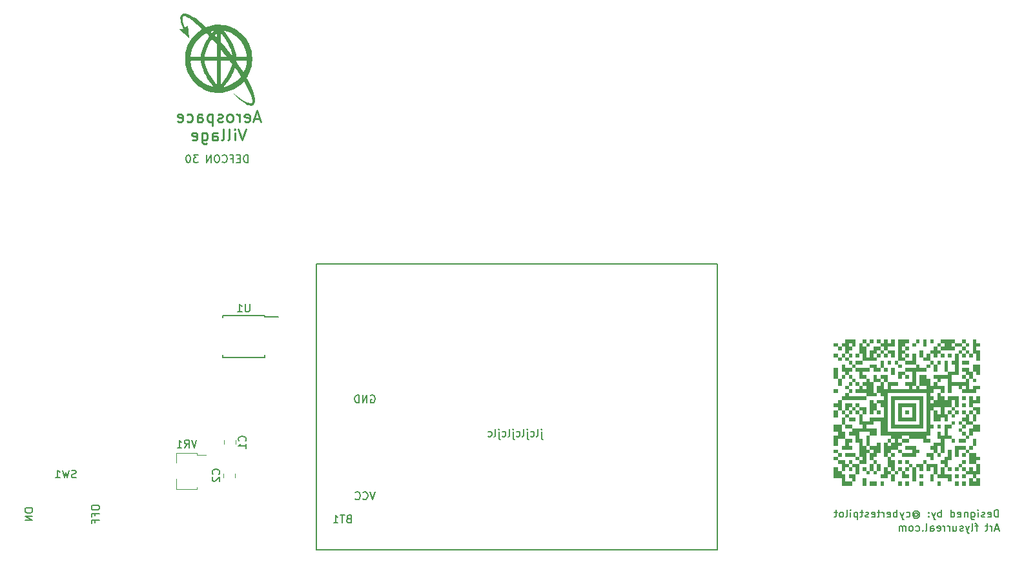
<source format=gbo>
%TF.GenerationSoftware,KiCad,Pcbnew,(6.0.4-0)*%
%TF.CreationDate,2022-05-11T16:52:41-04:00*%
%TF.ProjectId,BaseBadge,42617365-4261-4646-9765-2e6b69636164,v02*%
%TF.SameCoordinates,Original*%
%TF.FileFunction,Legend,Bot*%
%TF.FilePolarity,Positive*%
%FSLAX46Y46*%
G04 Gerber Fmt 4.6, Leading zero omitted, Abs format (unit mm)*
G04 Created by KiCad (PCBNEW (6.0.4-0)) date 2022-05-11 16:52:41*
%MOMM*%
%LPD*%
G01*
G04 APERTURE LIST*
%ADD10C,0.000000*%
%ADD11C,0.150000*%
%ADD12C,0.250000*%
%ADD13C,0.120000*%
G04 APERTURE END LIST*
D10*
G36*
X193881117Y-103669948D02*
G01*
X192950880Y-103669948D01*
X192950880Y-104135067D01*
X193415991Y-104135067D01*
X193415991Y-104600109D01*
X192485770Y-104600109D01*
X192485770Y-103669872D01*
X192020651Y-103669872D01*
X192020651Y-103204845D01*
X193881117Y-103204845D01*
X193881117Y-103669948D01*
G37*
G36*
X189695059Y-100414180D02*
G01*
X189113669Y-100414180D01*
X189113669Y-99949062D01*
X189695059Y-99949062D01*
X189695059Y-100414180D01*
G37*
G36*
X193416006Y-104600185D02*
G01*
X193415991Y-104600185D01*
X193415991Y-104600109D01*
X193416006Y-104600109D01*
X193416006Y-104600185D01*
G37*
G36*
X205509016Y-116693096D02*
G01*
X205043898Y-116693096D01*
X205043898Y-116227977D01*
X205509016Y-116227977D01*
X205509016Y-116693096D01*
G37*
G36*
X200857848Y-101809475D02*
G01*
X200392737Y-101809475D01*
X200392737Y-100879253D01*
X200857848Y-100879253D01*
X200857848Y-101809475D01*
G37*
G36*
X190160178Y-108786129D02*
G01*
X190625288Y-108786129D01*
X190625288Y-109251247D01*
X191090407Y-109251247D01*
X191090407Y-109716335D01*
X192020644Y-109716335D01*
X192020644Y-110181453D01*
X191090407Y-110181453D01*
X191090407Y-109716350D01*
X190625296Y-109716350D01*
X190625296Y-109251308D01*
X190160178Y-109251308D01*
X190160178Y-108786190D01*
X189695059Y-108786190D01*
X189695059Y-108321087D01*
X189113669Y-108321087D01*
X189113669Y-107855968D01*
X189695059Y-107855968D01*
X189695059Y-107390850D01*
X190160178Y-107390850D01*
X190160178Y-108786129D01*
G37*
G36*
X190625296Y-101344402D02*
G01*
X190625288Y-101344402D01*
X190625288Y-101344234D01*
X190625296Y-101344234D01*
X190625296Y-101344402D01*
G37*
G36*
X196206702Y-116227977D02*
G01*
X196206694Y-116227977D01*
X196206694Y-116227947D01*
X196206702Y-116227947D01*
X196206702Y-116227977D01*
G37*
G36*
X206904364Y-114367519D02*
G01*
X206439253Y-114367519D01*
X206439253Y-113902401D01*
X206904364Y-113902401D01*
X206904364Y-114367519D01*
G37*
G36*
X198997389Y-115762859D02*
G01*
X198532271Y-115762859D01*
X198532271Y-115297741D01*
X198997389Y-115297741D01*
X198997389Y-115762859D01*
G37*
G36*
X200857855Y-106925640D02*
G01*
X200857855Y-111111675D01*
X196671812Y-111111675D01*
X196671812Y-110646572D01*
X197136923Y-110646572D01*
X200392737Y-110646572D01*
X200392737Y-107390743D01*
X197136923Y-107390743D01*
X197136923Y-110646572D01*
X196671812Y-110646572D01*
X196671812Y-106925640D01*
X200857855Y-106925640D01*
G37*
G36*
X206439253Y-118669811D02*
G01*
X205974135Y-118669811D01*
X205974135Y-118088421D01*
X206439253Y-118088421D01*
X206439253Y-118669811D01*
G37*
G36*
X201322966Y-100413997D02*
G01*
X200857848Y-100413997D01*
X200857848Y-99483776D01*
X201322966Y-99483776D01*
X201322966Y-100413997D01*
G37*
G36*
X192485762Y-101809520D02*
G01*
X192020644Y-101809520D01*
X192020644Y-101344402D01*
X192485762Y-101344402D01*
X192485762Y-101809520D01*
G37*
G36*
X202253241Y-118088436D02*
G01*
X201788123Y-118088436D01*
X201788123Y-117158199D01*
X202253241Y-117158199D01*
X202253241Y-118088436D01*
G37*
G36*
X204578787Y-116693096D02*
G01*
X204113669Y-116693096D01*
X204113669Y-116227977D01*
X204578787Y-116227977D01*
X204578787Y-116693096D01*
G37*
G36*
X207369482Y-107390773D02*
G01*
X207834601Y-107390773D01*
X207834601Y-106925670D01*
X208299719Y-106925670D01*
X208299719Y-107855892D01*
X207369482Y-107855892D01*
X207369482Y-108321010D01*
X206904364Y-108321010D01*
X206904364Y-106925670D01*
X207369482Y-106925670D01*
X207369482Y-107390773D01*
G37*
G36*
X203183440Y-100414028D02*
G01*
X202718321Y-100414028D01*
X202718321Y-99949016D01*
X203183440Y-99949016D01*
X203183440Y-100414028D01*
G37*
G36*
X207369482Y-113902401D02*
G01*
X206904364Y-113902401D01*
X206904364Y-113437282D01*
X207369482Y-113437282D01*
X207369482Y-113902401D01*
G37*
G36*
X205974135Y-116227977D02*
G01*
X205509016Y-116227977D01*
X205509016Y-115762874D01*
X205974135Y-115762874D01*
X205974135Y-116227977D01*
G37*
G36*
X194346220Y-100879284D02*
G01*
X194346220Y-100414165D01*
X195276457Y-100414165D01*
X195276457Y-100879131D01*
X194811339Y-100879131D01*
X194811339Y-101344234D01*
X194346220Y-101344234D01*
X194346220Y-101809353D01*
X194811339Y-101809353D01*
X194811339Y-101344234D01*
X195276457Y-101344234D01*
X195276457Y-100879131D01*
X195741576Y-100879131D01*
X195741576Y-101344234D01*
X196206694Y-101344234D01*
X196206694Y-100879284D01*
X197136931Y-100879284D01*
X197136931Y-101809505D01*
X196671812Y-101809505D01*
X196671812Y-101344387D01*
X196206694Y-101344387D01*
X196206694Y-101809505D01*
X195741576Y-101809505D01*
X195741576Y-101344387D01*
X195276457Y-101344387D01*
X195276457Y-101809505D01*
X194811339Y-101809505D01*
X194811339Y-102274608D01*
X192950880Y-102274608D01*
X192950880Y-101344402D01*
X192485762Y-101344402D01*
X192485762Y-99949047D01*
X192950880Y-99949047D01*
X192950880Y-100413997D01*
X193415999Y-100413997D01*
X193415999Y-99949047D01*
X193881110Y-99949047D01*
X193881110Y-100414165D01*
X193415991Y-100414165D01*
X193415991Y-101809505D01*
X193881110Y-101809505D01*
X193881110Y-100879284D01*
X194346220Y-100879284D01*
G37*
G36*
X201788084Y-113902370D02*
G01*
X201788084Y-113437252D01*
X202253203Y-113437252D01*
X202253203Y-112972149D01*
X203183440Y-112972149D01*
X203183440Y-112507030D01*
X202718321Y-112507030D01*
X202718321Y-111576809D01*
X203183432Y-111576809D01*
X203183432Y-112041927D01*
X203648550Y-112041927D01*
X203648550Y-110646587D01*
X204578787Y-110646587D01*
X204578787Y-111111690D01*
X204113669Y-111111690D01*
X204113669Y-112041927D01*
X204578802Y-112041927D01*
X204578802Y-112507030D01*
X203648566Y-112507030D01*
X203648566Y-114367504D01*
X203183447Y-114367504D01*
X203183447Y-114832607D01*
X202718329Y-114832607D01*
X202718329Y-114367504D01*
X202253210Y-114367504D01*
X202253210Y-115297725D01*
X202020651Y-115297725D01*
X201788084Y-115297710D01*
X201788084Y-114832592D01*
X201322966Y-114832592D01*
X201322966Y-114367489D01*
X202253203Y-114367489D01*
X202718321Y-114367489D01*
X203183440Y-114367489D01*
X203183440Y-113437252D01*
X202718321Y-113437252D01*
X202718321Y-114367489D01*
X202253203Y-114367489D01*
X202253203Y-113902370D01*
X201788084Y-113902370D01*
G37*
G36*
X189695059Y-101809520D02*
G01*
X189113669Y-101809520D01*
X189113669Y-101344402D01*
X189695059Y-101344402D01*
X189695059Y-101809520D01*
G37*
G36*
X196206709Y-105065288D02*
G01*
X196206694Y-105065288D01*
X196206694Y-105065212D01*
X196206709Y-105065212D01*
X196206709Y-105065288D01*
G37*
G36*
X192020644Y-118088421D02*
G01*
X191555533Y-118088421D01*
X191555533Y-117623302D01*
X191090414Y-117623302D01*
X191090414Y-117158184D01*
X192020644Y-117158184D01*
X192020644Y-118088421D01*
G37*
G36*
X206439253Y-109251232D02*
G01*
X205974135Y-109251232D01*
X205974135Y-108786113D01*
X206439253Y-108786113D01*
X206439253Y-109251232D01*
G37*
G36*
X203183440Y-118669811D02*
G01*
X202718321Y-118669811D01*
X202718321Y-118088421D01*
X203183440Y-118088421D01*
X203183440Y-118669811D01*
G37*
G36*
X192020651Y-103204845D02*
G01*
X192020644Y-103204845D01*
X192020644Y-103204769D01*
X192020651Y-103204769D01*
X192020651Y-103204845D01*
G37*
G36*
X206439261Y-107390728D02*
G01*
X205974142Y-107390728D01*
X205974142Y-106925625D01*
X206439261Y-106925625D01*
X206439261Y-107390728D01*
G37*
G36*
X207369482Y-117623317D02*
G01*
X207369482Y-117623302D01*
X207369490Y-117623302D01*
X207369490Y-117158199D01*
X206439253Y-117158199D01*
X206439253Y-116693096D01*
X206904372Y-116693096D01*
X206904372Y-116227977D01*
X207369490Y-116227977D01*
X207369490Y-116693096D01*
X207834608Y-116693096D01*
X207834608Y-115762874D01*
X206904372Y-115762874D01*
X206904372Y-114367519D01*
X207834601Y-114367519D01*
X207834601Y-114832622D01*
X208299719Y-114832622D01*
X208299719Y-115297741D01*
X207834601Y-115297741D01*
X207834601Y-115762859D01*
X208299719Y-115762859D01*
X208299719Y-117158184D01*
X207834601Y-117158184D01*
X207834601Y-117623302D01*
X207369490Y-117623302D01*
X207369490Y-117623317D01*
X207369482Y-117623317D01*
X207369482Y-118088421D01*
X207834601Y-118088421D01*
X207834601Y-117623302D01*
X208299719Y-117623302D01*
X208299719Y-118669811D01*
X207602042Y-118669811D01*
X206904372Y-118669826D01*
X206904372Y-117623317D01*
X207369482Y-117623317D01*
G37*
G36*
X192020651Y-114832698D02*
G01*
X190625296Y-114832698D01*
X190625296Y-114367595D01*
X192020651Y-114367595D01*
X192020651Y-114832698D01*
G37*
G36*
X191555525Y-102739742D02*
G01*
X191090414Y-102739742D01*
X191090414Y-102274624D01*
X191555525Y-102274624D01*
X191555525Y-102739742D01*
G37*
G36*
X192950880Y-102739727D02*
G01*
X192020644Y-102739727D01*
X192020644Y-102274624D01*
X192950880Y-102274624D01*
X192950880Y-102739727D01*
G37*
G36*
X192485770Y-115762935D02*
G01*
X192485762Y-115762935D01*
X192485762Y-115762859D01*
X192485770Y-115762859D01*
X192485770Y-115762935D01*
G37*
G36*
X206439261Y-108320964D02*
G01*
X205974142Y-108320964D01*
X205974142Y-107855846D01*
X206439261Y-107855846D01*
X206439261Y-108320964D01*
G37*
G36*
X191090414Y-106925670D02*
G01*
X193415991Y-106925670D01*
X193415991Y-107390773D01*
X190160178Y-107390773D01*
X190160178Y-106925747D01*
X190625296Y-106925747D01*
X190625296Y-106460628D01*
X191090414Y-106460628D01*
X191090414Y-106925670D01*
G37*
G36*
X195741591Y-103204845D02*
G01*
X195276472Y-103204845D01*
X195276472Y-102274608D01*
X195741591Y-102274608D01*
X195741591Y-103204845D01*
G37*
G36*
X192485762Y-105530285D02*
G01*
X192020644Y-105530285D01*
X192020644Y-105065212D01*
X192020651Y-105065212D01*
X192020651Y-105065166D01*
X192485762Y-105065166D01*
X192485762Y-105530285D01*
G37*
G36*
X205043921Y-112972149D02*
G01*
X204578802Y-112972149D01*
X204578802Y-112507030D01*
X205043921Y-112507030D01*
X205043921Y-112972149D01*
G37*
G36*
X205974135Y-110646557D02*
G01*
X206439253Y-110646557D01*
X206439253Y-111111660D01*
X205974135Y-111111660D01*
X205974135Y-110646572D01*
X205509016Y-110646572D01*
X205509016Y-110181453D01*
X205974135Y-110181453D01*
X205974135Y-110646557D01*
G37*
G36*
X198067152Y-114367519D02*
G01*
X197602049Y-114367519D01*
X197602049Y-113902401D01*
X198067152Y-113902401D01*
X198067152Y-114367519D01*
G37*
G36*
X192485762Y-117158184D02*
G01*
X192020651Y-117158184D01*
X192020651Y-116227962D01*
X191555533Y-116227962D01*
X191555533Y-115762935D01*
X192485762Y-115762935D01*
X192485762Y-117158184D01*
G37*
G36*
X191555533Y-105530330D02*
G01*
X191090414Y-105530330D01*
X191090414Y-105065288D01*
X191555533Y-105065288D01*
X191555533Y-105530330D01*
G37*
G36*
X200857855Y-117623302D02*
G01*
X200392737Y-117623302D01*
X200392737Y-117158184D01*
X200857855Y-117158184D01*
X200857855Y-117623302D01*
G37*
G36*
X207834601Y-113437282D02*
G01*
X207369482Y-113437282D01*
X207369482Y-112507061D01*
X207834601Y-112507061D01*
X207834601Y-113437282D01*
G37*
G36*
X196671805Y-102739574D02*
G01*
X196206686Y-102739574D01*
X196206686Y-102274456D01*
X196671805Y-102274456D01*
X196671805Y-102739574D01*
G37*
G36*
X205043898Y-99948909D02*
G01*
X204578780Y-99948909D01*
X204578780Y-100414028D01*
X205043898Y-100414028D01*
X205043898Y-100879146D01*
X203183447Y-100879146D01*
X203183447Y-101344234D01*
X203183432Y-101344234D01*
X203183432Y-101344249D01*
X202718329Y-101344249D01*
X202718329Y-101809368D01*
X202253210Y-101809368D01*
X202253210Y-101344249D01*
X201788092Y-101344249D01*
X201788092Y-102274471D01*
X202253210Y-102274471D01*
X202253210Y-102739589D01*
X202718314Y-102739589D01*
X202718314Y-103669811D01*
X202253203Y-103669811D01*
X202253203Y-102739589D01*
X201788092Y-102739589D01*
X201788092Y-102274578D01*
X200857855Y-102274578D01*
X200857855Y-101809475D01*
X201322966Y-101809475D01*
X201322966Y-101344356D01*
X201788084Y-101344356D01*
X201788084Y-100879253D01*
X202253203Y-100879253D01*
X202253203Y-100414135D01*
X202718321Y-100414135D01*
X202718321Y-100879146D01*
X203183440Y-100879146D01*
X203183440Y-100414028D01*
X203648558Y-100414028D01*
X203648558Y-99948909D01*
X203183440Y-99948909D01*
X203183440Y-99483913D01*
X205043898Y-99483913D01*
X205043898Y-99948909D01*
G37*
G36*
X189695059Y-115297817D02*
G01*
X189113669Y-115297817D01*
X189113669Y-114832698D01*
X189695059Y-114832698D01*
X189695059Y-115297817D01*
G37*
G36*
X190160178Y-114832698D02*
G01*
X189695059Y-114832698D01*
X189695059Y-114367595D01*
X190160178Y-114367595D01*
X190160178Y-114832698D01*
G37*
G36*
X195741568Y-118669811D02*
G01*
X195276450Y-118669811D01*
X195276450Y-118088421D01*
X195741568Y-118088421D01*
X195741568Y-118669811D01*
G37*
G36*
X203648550Y-101809353D02*
G01*
X203183432Y-101809353D01*
X203183432Y-101344249D01*
X203183447Y-101344249D01*
X203183447Y-101344234D01*
X203648550Y-101344234D01*
X203648550Y-101809353D01*
G37*
G36*
X194811354Y-115762844D02*
G01*
X195276472Y-115762844D01*
X195276472Y-116693065D01*
X194811354Y-116693065D01*
X194811354Y-117158168D01*
X194346236Y-117158168D01*
X194346236Y-116693065D01*
X194811339Y-116693065D01*
X194811339Y-115762844D01*
X194346236Y-115762844D01*
X194346236Y-115297725D01*
X194811354Y-115297725D01*
X194811354Y-115762844D01*
G37*
G36*
X189695059Y-116693157D02*
G01*
X190160178Y-116693157D01*
X190160178Y-117158184D01*
X190625288Y-117158184D01*
X190625288Y-118088421D01*
X191555525Y-118088421D01*
X191555525Y-118669811D01*
X190857848Y-118669811D01*
X190160178Y-118669902D01*
X190160178Y-117623394D01*
X189113669Y-117623394D01*
X189113669Y-116228038D01*
X189695059Y-116228038D01*
X189695059Y-116693157D01*
G37*
G36*
X189695059Y-104600185D02*
G01*
X189113669Y-104600185D01*
X189113669Y-103204845D01*
X189695059Y-103204845D01*
X189695059Y-104600185D01*
G37*
G36*
X193415991Y-99948879D02*
G01*
X192950880Y-99948879D01*
X192950880Y-99483944D01*
X193415991Y-99483944D01*
X193415991Y-99948879D01*
G37*
G36*
X206439253Y-112972133D02*
G01*
X205509016Y-112972133D01*
X205509016Y-112507015D01*
X206439253Y-112507015D01*
X206439253Y-112972133D01*
G37*
G36*
X190625296Y-104600185D02*
G01*
X190160178Y-104600185D01*
X190160178Y-104135082D01*
X190625296Y-104135082D01*
X190625296Y-104600185D01*
G37*
G36*
X200857855Y-118669811D02*
G01*
X200392737Y-118669811D01*
X200392737Y-118088421D01*
X200857855Y-118088421D01*
X200857855Y-118669811D01*
G37*
G36*
X193415999Y-99949047D02*
G01*
X193415991Y-99949047D01*
X193415991Y-99948879D01*
X193415999Y-99948879D01*
X193415999Y-99949047D01*
G37*
G36*
X201788092Y-103204708D02*
G01*
X201322974Y-103204708D01*
X201322974Y-102739696D01*
X201788092Y-102739696D01*
X201788092Y-103204708D01*
G37*
G36*
X200392737Y-99948879D02*
G01*
X199927618Y-99948879D01*
X199927618Y-99483776D01*
X200392737Y-99483776D01*
X200392737Y-99948879D01*
G37*
G36*
X206439253Y-115762874D02*
G01*
X205974135Y-115762874D01*
X205974135Y-115297756D01*
X206439253Y-115297756D01*
X206439253Y-115762874D01*
G37*
G36*
X205043906Y-110646587D02*
G01*
X204578787Y-110646587D01*
X204578787Y-110181469D01*
X205043906Y-110181469D01*
X205043906Y-110646587D01*
G37*
G36*
X189695059Y-114367595D02*
G01*
X189113669Y-114367595D01*
X189113669Y-113902477D01*
X189695059Y-113902477D01*
X189695059Y-114367595D01*
G37*
G36*
X190160178Y-102274624D02*
G01*
X189695059Y-102274624D01*
X189695059Y-101809520D01*
X190160178Y-101809520D01*
X190160178Y-102274624D01*
G37*
G36*
X204578780Y-101809353D02*
G01*
X204113669Y-101809353D01*
X204113669Y-101344234D01*
X204578780Y-101344234D01*
X204578780Y-101809353D01*
G37*
G36*
X207369490Y-110646572D02*
G01*
X207369482Y-110646572D01*
X207369482Y-110646557D01*
X207369490Y-110646557D01*
X207369490Y-110646572D01*
G37*
G36*
X199927618Y-107855861D02*
G01*
X199927618Y-110181453D01*
X197602042Y-110181453D01*
X197602042Y-109716335D01*
X198067152Y-109716335D01*
X198764830Y-109716335D01*
X199462508Y-109716320D01*
X199462508Y-108320995D01*
X198067152Y-108320995D01*
X198067152Y-109716335D01*
X197602042Y-109716335D01*
X197602042Y-107855861D01*
X199927618Y-107855861D01*
G37*
G36*
X190625288Y-101809353D02*
G01*
X191090407Y-101809353D01*
X191090407Y-101344402D01*
X191555525Y-101344402D01*
X191555525Y-101809520D01*
X191090407Y-101809520D01*
X191090407Y-102274624D01*
X190625296Y-102274624D01*
X190625296Y-101809520D01*
X190160178Y-101809520D01*
X190160178Y-101344402D01*
X190625288Y-101344402D01*
X190625288Y-101809353D01*
G37*
G36*
X203183447Y-111111660D02*
G01*
X202718321Y-111111660D01*
X202718321Y-110646557D01*
X203183447Y-110646557D01*
X203183447Y-111111660D01*
G37*
G36*
X204578787Y-115297756D02*
G01*
X204113669Y-115297756D01*
X204113669Y-116227977D01*
X203648550Y-116227977D01*
X203648550Y-117158199D01*
X204578833Y-117158199D01*
X204578833Y-118088436D01*
X204113715Y-118088436D01*
X204113715Y-117623317D01*
X202718359Y-117623317D01*
X202718359Y-117158199D01*
X202253241Y-117158199D01*
X202253241Y-116227977D01*
X201788123Y-116227977D01*
X201788123Y-116693096D01*
X201323004Y-116693096D01*
X201323004Y-115762874D01*
X200857886Y-115762874D01*
X200857886Y-116693096D01*
X200392767Y-116693096D01*
X200392767Y-116227977D01*
X199927649Y-116227977D01*
X199927649Y-118088451D01*
X199462531Y-118088451D01*
X199462531Y-116227977D01*
X198997412Y-116227977D01*
X198997412Y-116693096D01*
X198532294Y-116693096D01*
X198532294Y-117158199D01*
X198997412Y-117158199D01*
X198997412Y-117623317D01*
X198067175Y-117623317D01*
X198067175Y-116693096D01*
X197602057Y-116693096D01*
X197602057Y-117158199D01*
X197136938Y-117158199D01*
X197136938Y-118088436D01*
X196671820Y-118088436D01*
X196671820Y-117158199D01*
X196206702Y-117158199D01*
X196206702Y-117623317D01*
X195276465Y-117623317D01*
X195276465Y-117158199D01*
X195741583Y-117158199D01*
X195741583Y-116227977D01*
X196206694Y-116227977D01*
X196206694Y-116693065D01*
X196671812Y-116693065D01*
X196671812Y-117158168D01*
X197136931Y-117158168D01*
X197136931Y-116693081D01*
X197602042Y-116693081D01*
X197602042Y-116227962D01*
X198067152Y-116227962D01*
X198067152Y-116693081D01*
X198532271Y-116693081D01*
X198532271Y-116227962D01*
X198997389Y-116227962D01*
X198997389Y-115762859D01*
X199462508Y-115762859D01*
X199462508Y-116227962D01*
X199927626Y-116227962D01*
X199927626Y-115762859D01*
X200857848Y-115762859D01*
X200857848Y-115297741D01*
X201322966Y-115297741D01*
X201322966Y-115762859D01*
X202718321Y-115762859D01*
X202718321Y-117158184D01*
X203183432Y-117158184D01*
X203183432Y-116227962D01*
X203648550Y-116227962D01*
X203648550Y-115762859D01*
X203183432Y-115762859D01*
X203183432Y-115297741D01*
X203648550Y-115297741D01*
X203648550Y-114832622D01*
X204113669Y-114832622D01*
X204113669Y-113902401D01*
X204578787Y-113902401D01*
X204578787Y-115297756D01*
G37*
G36*
X198532271Y-101344356D02*
G01*
X198532263Y-101344356D01*
X198532263Y-101344234D01*
X198532271Y-101344234D01*
X198532271Y-101344356D01*
G37*
G36*
X199927618Y-100413997D02*
G01*
X199462500Y-100413997D01*
X199462500Y-99948879D01*
X199927618Y-99948879D01*
X199927618Y-100413997D01*
G37*
G36*
X191090414Y-105995433D02*
G01*
X191555533Y-105995433D01*
X191555533Y-106460552D01*
X191090414Y-106460552D01*
X191090414Y-105995510D01*
X190625296Y-105995510D01*
X190625296Y-105530407D01*
X191090414Y-105530407D01*
X191090414Y-105995433D01*
G37*
G36*
X196671805Y-112972149D02*
G01*
X196206702Y-112972149D01*
X196206702Y-112507030D01*
X196671805Y-112507030D01*
X196671805Y-112972149D01*
G37*
G36*
X192020644Y-103204769D02*
G01*
X191555533Y-103204769D01*
X191555533Y-102739742D01*
X192020644Y-102739742D01*
X192020644Y-103204769D01*
G37*
G36*
X205509016Y-117623302D02*
G01*
X205043898Y-117623302D01*
X205043898Y-117158184D01*
X205509016Y-117158184D01*
X205509016Y-117623302D01*
G37*
G36*
X191555525Y-108320995D02*
G01*
X191090414Y-108320995D01*
X191090414Y-108786098D01*
X191555525Y-108786098D01*
X191555525Y-109251217D01*
X191090407Y-109251217D01*
X191090407Y-108786098D01*
X190625288Y-108786098D01*
X190625288Y-107855877D01*
X191555525Y-107855877D01*
X191555525Y-108320995D01*
G37*
G36*
X190625296Y-109716411D02*
G01*
X190625288Y-109716411D01*
X190625288Y-109716350D01*
X190625296Y-109716350D01*
X190625296Y-109716411D01*
G37*
G36*
X197136923Y-104134929D02*
G01*
X196671812Y-104134929D01*
X196671812Y-103204708D01*
X197136923Y-103204708D01*
X197136923Y-104134929D01*
G37*
G36*
X194346228Y-99949047D02*
G01*
X193881110Y-99949047D01*
X193881110Y-99483944D01*
X194346228Y-99483944D01*
X194346228Y-99949047D01*
G37*
G36*
X198532271Y-100414135D02*
G01*
X198532263Y-100414135D01*
X198532263Y-100413997D01*
X198532271Y-100413997D01*
X198532271Y-100414135D01*
G37*
G36*
X198997389Y-118669811D02*
G01*
X198532271Y-118669811D01*
X198532271Y-118088421D01*
X198997389Y-118088421D01*
X198997389Y-118669811D01*
G37*
G36*
X206904372Y-100414135D02*
G01*
X206439253Y-100414135D01*
X206439253Y-100879146D01*
X205974135Y-100879146D01*
X205974135Y-100414028D01*
X206439253Y-100414028D01*
X206439253Y-99949016D01*
X206904372Y-99949016D01*
X206904372Y-100414135D01*
G37*
G36*
X191555533Y-115762859D02*
G01*
X191090414Y-115762859D01*
X191090414Y-115297817D01*
X191555533Y-115297817D01*
X191555533Y-115762859D01*
G37*
G36*
X194346220Y-107855877D02*
G01*
X194811339Y-107855877D01*
X194811339Y-108786098D01*
X195276457Y-108786098D01*
X195276457Y-109251217D01*
X195043898Y-109251217D01*
X194811346Y-109251232D01*
X194811346Y-108786113D01*
X194346228Y-108786113D01*
X194346228Y-109251232D01*
X193881110Y-109251232D01*
X193881110Y-107390758D01*
X194346220Y-107390758D01*
X194346220Y-107855877D01*
G37*
G36*
X190625288Y-99949062D02*
G01*
X190625288Y-99483959D01*
X192020644Y-99483959D01*
X192020644Y-100414180D01*
X191555525Y-100414180D01*
X191555525Y-100879299D01*
X191090407Y-100879299D01*
X191090407Y-101344234D01*
X190625296Y-101344234D01*
X190625296Y-100414180D01*
X190160178Y-100414180D01*
X190160178Y-100413997D01*
X191090407Y-100413997D01*
X191555525Y-100413997D01*
X191555525Y-99948879D01*
X191090407Y-99948879D01*
X191090407Y-100413997D01*
X190160178Y-100413997D01*
X190160178Y-99949062D01*
X190625288Y-99949062D01*
G37*
G36*
X205974135Y-100414028D02*
G01*
X205043898Y-100414028D01*
X205043898Y-99949016D01*
X205974135Y-99949016D01*
X205974135Y-100414028D01*
G37*
G36*
X191555525Y-116693065D02*
G01*
X191090407Y-116693065D01*
X191090407Y-116227962D01*
X191090414Y-116227962D01*
X191090414Y-116227947D01*
X191555525Y-116227947D01*
X191555525Y-116693065D01*
G37*
G36*
X198067152Y-118669811D02*
G01*
X197602042Y-118669811D01*
X197602042Y-118088421D01*
X198067152Y-118088421D01*
X198067152Y-118669811D01*
G37*
G36*
X194811339Y-118669811D02*
G01*
X193881102Y-118669811D01*
X193881102Y-118088421D01*
X194811339Y-118088421D01*
X194811339Y-118669811D01*
G37*
G36*
X196206694Y-99949047D02*
G01*
X196671812Y-99949047D01*
X196671812Y-99483944D01*
X197136931Y-99483944D01*
X197136931Y-100414165D01*
X196206694Y-100414165D01*
X196206694Y-100879131D01*
X195741576Y-100879131D01*
X195741576Y-100414013D01*
X195276457Y-100414013D01*
X195276457Y-99949047D01*
X195741576Y-99949047D01*
X195741576Y-99483944D01*
X196206694Y-99483944D01*
X196206694Y-99949047D01*
G37*
G36*
X207834601Y-105065273D02*
G01*
X207369482Y-105065273D01*
X207369482Y-104600170D01*
X207834601Y-104600170D01*
X207834601Y-105065273D01*
G37*
G36*
X190625296Y-103204860D02*
G01*
X191555533Y-103204860D01*
X191555533Y-103669872D01*
X191090414Y-103669872D01*
X191090414Y-104134990D01*
X191555533Y-104134990D01*
X191555533Y-104600109D01*
X192020651Y-104600109D01*
X192020651Y-105065166D01*
X192020644Y-105065166D01*
X192020644Y-105065212D01*
X191555533Y-105065212D01*
X191555533Y-104600185D01*
X191090414Y-104600185D01*
X191090414Y-104135067D01*
X190625296Y-104135067D01*
X190625296Y-103669963D01*
X190160178Y-103669963D01*
X190160178Y-102739742D01*
X190625296Y-102739742D01*
X190625296Y-103204860D01*
G37*
G36*
X206439253Y-114832622D02*
G01*
X205974135Y-114832622D01*
X205974135Y-114367519D01*
X206439253Y-114367519D01*
X206439253Y-114832622D01*
G37*
G36*
X190160178Y-100879299D02*
G01*
X189695059Y-100879299D01*
X189695059Y-100414180D01*
X190160178Y-100414180D01*
X190160178Y-100879299D01*
G37*
G36*
X206439253Y-109716335D02*
G01*
X206439253Y-109251232D01*
X206904364Y-109251232D01*
X206904364Y-108786113D01*
X207369482Y-108786113D01*
X207369482Y-108321010D01*
X208299719Y-108321010D01*
X208299719Y-109251232D01*
X207834601Y-109251232D01*
X207834601Y-110181453D01*
X207369482Y-110181453D01*
X207369482Y-110646557D01*
X206439253Y-110646557D01*
X206439253Y-110181438D01*
X205974135Y-110181438D01*
X205974135Y-110181423D01*
X206904372Y-110181423D01*
X207369490Y-110181423D01*
X207369490Y-109251201D01*
X207834608Y-109251201D01*
X207834608Y-108786083D01*
X207369490Y-108786083D01*
X207369490Y-109251201D01*
X206904372Y-109251201D01*
X206904372Y-110181423D01*
X205974135Y-110181423D01*
X205974135Y-109716335D01*
X206439253Y-109716335D01*
G37*
G36*
X194346220Y-116693065D02*
G01*
X193881117Y-116693065D01*
X193881117Y-117158168D01*
X193415999Y-117158168D01*
X193415999Y-116693065D01*
X193881110Y-116693065D01*
X193881110Y-115762844D01*
X194346220Y-115762844D01*
X194346220Y-116693065D01*
G37*
G36*
X190625296Y-115762935D02*
G01*
X191090414Y-115762935D01*
X191090414Y-116227947D01*
X191090407Y-116227947D01*
X191090407Y-116227962D01*
X190625296Y-116227962D01*
X190625296Y-116693081D01*
X190160178Y-116693081D01*
X190160178Y-115762935D01*
X189695059Y-115762935D01*
X189695059Y-115297817D01*
X190625296Y-115297817D01*
X190625296Y-115762935D01*
G37*
G36*
X206439253Y-99948909D02*
G01*
X205974135Y-99948909D01*
X205974135Y-99483913D01*
X206439253Y-99483913D01*
X206439253Y-99948909D01*
G37*
G36*
X198067160Y-115762844D02*
G01*
X197602042Y-115762844D01*
X197602042Y-115297725D01*
X198067160Y-115297725D01*
X198067160Y-115762844D01*
G37*
G36*
X207834601Y-99948986D02*
G01*
X208299719Y-99948986D01*
X208299719Y-100414104D01*
X207834601Y-100414104D01*
X207834601Y-100879223D01*
X208299727Y-100879223D01*
X208299727Y-102274547D01*
X207834608Y-102274547D01*
X207834608Y-101344326D01*
X207369490Y-101344326D01*
X207369490Y-101809444D01*
X206904372Y-101809444D01*
X206904372Y-101344356D01*
X207369482Y-101344356D01*
X207369482Y-99483883D01*
X207834601Y-99483883D01*
X207834601Y-99948986D01*
G37*
G36*
X199927626Y-113902401D02*
G01*
X200392744Y-113902401D01*
X200392744Y-114367519D01*
X199927626Y-114367519D01*
X199927626Y-114832622D01*
X198067168Y-114832622D01*
X198067168Y-114367519D01*
X199462508Y-114367519D01*
X199462508Y-113902401D01*
X198532271Y-113902401D01*
X198532271Y-113437282D01*
X199927626Y-113437282D01*
X199927626Y-113902401D01*
G37*
G36*
X206904364Y-102739574D02*
G01*
X205974127Y-102739574D01*
X205974127Y-102274456D01*
X206904364Y-102274456D01*
X206904364Y-102739574D01*
G37*
G36*
X196206686Y-112972149D02*
G01*
X196206686Y-113437252D01*
X196671812Y-113437252D01*
X196671812Y-112972149D01*
X197136923Y-112972149D01*
X197602034Y-112972149D01*
X198067152Y-112972149D01*
X198067152Y-112507030D01*
X198997389Y-112507030D01*
X198997389Y-112041927D01*
X198067152Y-112041927D01*
X198067152Y-112507030D01*
X197602034Y-112507030D01*
X197602034Y-112972149D01*
X197136923Y-112972149D01*
X197136923Y-112507030D01*
X196671820Y-112507030D01*
X196671820Y-112041927D01*
X195276465Y-112041927D01*
X195276465Y-111576793D01*
X196206686Y-111576793D01*
X201322974Y-111576793D01*
X201322974Y-108786098D01*
X202253195Y-108786098D01*
X202718314Y-108786098D01*
X202718314Y-109251217D01*
X203183432Y-109251217D01*
X203648550Y-109251217D01*
X204113669Y-109251217D01*
X204113669Y-108786098D01*
X204578780Y-108786098D01*
X204578780Y-109251217D01*
X205043906Y-109251217D01*
X205043906Y-108786098D01*
X204578787Y-108786098D01*
X204578787Y-108320995D01*
X205043906Y-108320995D01*
X205043906Y-107390758D01*
X204578787Y-107390758D01*
X204578787Y-108320995D01*
X203648550Y-108320995D01*
X203648550Y-109251217D01*
X203183432Y-109251217D01*
X203183432Y-108320995D01*
X202253195Y-108320995D01*
X202253195Y-108786098D01*
X201322974Y-108786098D01*
X201322974Y-107855861D01*
X201788084Y-107855861D01*
X202253203Y-107855861D01*
X202253203Y-107390743D01*
X201788084Y-107390743D01*
X201788084Y-107855861D01*
X201322974Y-107855861D01*
X201322974Y-106925640D01*
X201788084Y-106925640D01*
X202253203Y-106925640D01*
X202253203Y-107390743D01*
X202718321Y-107390743D01*
X202718321Y-106460521D01*
X203183440Y-106460521D01*
X203183440Y-105995403D01*
X202253203Y-105995403D01*
X202253203Y-106460521D01*
X201788084Y-106460521D01*
X201788084Y-106925640D01*
X201322974Y-106925640D01*
X201322974Y-106460521D01*
X196206686Y-106460521D01*
X196206686Y-111576793D01*
X195276465Y-111576793D01*
X195276465Y-110181453D01*
X194346228Y-110181453D01*
X194346228Y-110646572D01*
X193415991Y-110646572D01*
X193415991Y-111111675D01*
X194811354Y-111111675D01*
X194811354Y-112041912D01*
X193881117Y-112041912D01*
X193881117Y-111576809D01*
X192485762Y-111576809D01*
X192485762Y-112507030D01*
X192950880Y-112507030D01*
X192950880Y-113437252D01*
X193415984Y-113437252D01*
X193415984Y-113902370D01*
X193881102Y-113902370D01*
X193881102Y-114367489D01*
X194113661Y-114367489D01*
X194346236Y-114367504D01*
X194346236Y-113902385D01*
X193881117Y-113902385D01*
X193881117Y-113437267D01*
X193415999Y-113437267D01*
X193415999Y-112041927D01*
X193881117Y-112041927D01*
X193881117Y-113437252D01*
X194811354Y-113437252D01*
X194811354Y-112972149D01*
X195276472Y-112972149D01*
X195276472Y-114367504D01*
X194811354Y-114367504D01*
X194811354Y-114832607D01*
X194346236Y-114832607D01*
X194346236Y-115297725D01*
X193881117Y-115297725D01*
X193881117Y-114367504D01*
X193415999Y-114367504D01*
X193415999Y-115762859D01*
X192485770Y-115762859D01*
X192485770Y-115297817D01*
X192020651Y-115297817D01*
X192020651Y-115297710D01*
X192485754Y-115297710D01*
X192950873Y-115297710D01*
X192950873Y-114832592D01*
X192485770Y-114832592D01*
X192485770Y-114832698D01*
X192485754Y-114832698D01*
X192485754Y-115297710D01*
X192020651Y-115297710D01*
X192020651Y-114832698D01*
X192485754Y-114832698D01*
X192485754Y-114832592D01*
X192485770Y-114832592D01*
X192485770Y-112972225D01*
X192020651Y-112972225D01*
X192020651Y-112042003D01*
X191090414Y-112042003D01*
X191090414Y-111576885D01*
X191555533Y-111576885D01*
X191555533Y-111111766D01*
X190625296Y-111111766D01*
X190625296Y-110646663D01*
X190160178Y-110646663D01*
X190160178Y-111576885D01*
X190625296Y-111576885D01*
X190625296Y-112507106D01*
X189695059Y-112507106D01*
X189695059Y-113437328D01*
X189113669Y-113437328D01*
X189113669Y-112041988D01*
X189695059Y-112041988D01*
X189695059Y-111576870D01*
X189113669Y-111576870D01*
X189113669Y-110646648D01*
X190160178Y-110646648D01*
X190160178Y-109716411D01*
X190625288Y-109716411D01*
X190625288Y-110646587D01*
X191555525Y-110646587D01*
X191555525Y-111111690D01*
X192253203Y-111111690D01*
X192950880Y-111111705D01*
X192950880Y-110646602D01*
X192485762Y-110646602D01*
X192485762Y-109251247D01*
X192950880Y-109251247D01*
X192950880Y-110181469D01*
X193881133Y-110181469D01*
X193881133Y-109716350D01*
X195741591Y-109716350D01*
X195741591Y-108321010D01*
X195276472Y-108321010D01*
X195276472Y-107855892D01*
X194811354Y-107855892D01*
X194811354Y-107390773D01*
X195741591Y-107390773D01*
X195741591Y-106925670D01*
X195276472Y-106925670D01*
X195276472Y-106460552D01*
X194811354Y-106460552D01*
X194811354Y-106925670D01*
X193415999Y-106925670D01*
X193415999Y-106460552D01*
X194346236Y-106460552D01*
X194811354Y-106460552D01*
X194811354Y-105530330D01*
X195276472Y-105530330D01*
X195276472Y-105065212D01*
X195741591Y-105065212D01*
X195741591Y-104600109D01*
X195276472Y-104600109D01*
X195276472Y-105065212D01*
X194346236Y-105065212D01*
X194346236Y-106460552D01*
X193415999Y-106460552D01*
X192020644Y-106460552D01*
X192020644Y-105995433D01*
X192485762Y-105995433D01*
X192950880Y-105995433D01*
X193415999Y-105995433D01*
X193415999Y-105530330D01*
X192950880Y-105530330D01*
X192950880Y-105995433D01*
X192485762Y-105995433D01*
X192485762Y-105530330D01*
X192950880Y-105530330D01*
X192950880Y-105065212D01*
X193416006Y-105065212D01*
X193416006Y-104600185D01*
X193881110Y-104600185D01*
X193881110Y-105065288D01*
X194346220Y-105065288D01*
X194346220Y-104135067D01*
X194811339Y-104135067D01*
X194811339Y-104600185D01*
X195276457Y-104600185D01*
X195276457Y-104135067D01*
X196206694Y-104135067D01*
X196206694Y-105065212D01*
X195741591Y-105065212D01*
X195741591Y-105995433D01*
X196206709Y-105995433D01*
X196206709Y-105065288D01*
X197602049Y-105065288D01*
X197602049Y-105530407D01*
X196671812Y-105530407D01*
X196671812Y-105995510D01*
X198997397Y-105995510D01*
X198997397Y-105530407D01*
X198532278Y-105530407D01*
X198532278Y-105065288D01*
X199462515Y-105065288D01*
X199462515Y-103669948D01*
X198532278Y-103669948D01*
X198532278Y-103204845D01*
X199927634Y-103204845D01*
X199927634Y-102739727D01*
X198532278Y-102739727D01*
X198532278Y-102274608D01*
X197602042Y-102274608D01*
X197602042Y-102739727D01*
X198067145Y-102739727D01*
X198067145Y-103204845D01*
X197602026Y-103204845D01*
X197602026Y-102739727D01*
X197136908Y-102739727D01*
X197136908Y-102274608D01*
X197602026Y-102274608D01*
X197602026Y-99483913D01*
X198997382Y-99483913D01*
X198997382Y-99949016D01*
X198532263Y-99949016D01*
X198532263Y-100413997D01*
X198067152Y-100413997D01*
X198067152Y-100879116D01*
X198532271Y-100879116D01*
X198532271Y-100414135D01*
X198997382Y-100414135D01*
X198997382Y-100879253D01*
X198532263Y-100879253D01*
X198532263Y-101344234D01*
X198067152Y-101344234D01*
X198067152Y-101809353D01*
X198532271Y-101809353D01*
X198532271Y-101344356D01*
X198997382Y-101344356D01*
X198997382Y-101809475D01*
X198532263Y-101809475D01*
X198532263Y-102274578D01*
X199462500Y-102274578D01*
X199462500Y-101344356D01*
X199927618Y-101344356D01*
X199927618Y-102739696D01*
X200392737Y-102739696D01*
X200392737Y-103204815D01*
X201322974Y-103204815D01*
X201322974Y-103669811D01*
X199927618Y-103669811D01*
X199927618Y-105530285D01*
X199462500Y-105530285D01*
X199462500Y-105995388D01*
X199927618Y-105995388D01*
X199927618Y-105530285D01*
X200392737Y-105530285D01*
X200392737Y-105995388D01*
X200857848Y-105995388D01*
X201322974Y-105995372D01*
X201322974Y-105530269D01*
X200392737Y-105530269D01*
X200392737Y-104134929D01*
X201322966Y-104134929D01*
X201322966Y-104600048D01*
X201788084Y-104600048D01*
X201788084Y-105530269D01*
X202253203Y-105530269D01*
X202253203Y-105065151D01*
X202718321Y-105065151D01*
X202718321Y-104600048D01*
X202253203Y-104600048D01*
X202253203Y-104134929D01*
X204113669Y-104134929D01*
X204113669Y-103669811D01*
X205043898Y-103669811D01*
X205043898Y-102739589D01*
X204578780Y-102739589D01*
X204578780Y-102274471D01*
X205043898Y-102274471D01*
X205043898Y-101344249D01*
X205509016Y-101344249D01*
X205509016Y-100879146D01*
X205974135Y-100879146D01*
X205974135Y-101344249D01*
X206439253Y-101344249D01*
X206439253Y-100879253D01*
X206904364Y-100879253D01*
X206904364Y-101344326D01*
X206439253Y-101344326D01*
X206439253Y-101809444D01*
X205974135Y-101809444D01*
X205974135Y-101344326D01*
X205509016Y-101344326D01*
X205509016Y-104135036D01*
X204578780Y-104135036D01*
X204578780Y-105065258D01*
X206439246Y-105065258D01*
X206439246Y-104600155D01*
X205974127Y-104600155D01*
X205974127Y-104135036D01*
X206439246Y-104135036D01*
X206439246Y-104600048D01*
X206904364Y-104600048D01*
X206904364Y-104134929D01*
X206439246Y-104134929D01*
X206439246Y-103669918D01*
X205974127Y-103669918D01*
X205974127Y-103204815D01*
X206904364Y-103204815D01*
X206904364Y-103669918D01*
X207369482Y-103669918D01*
X207369482Y-102739696D01*
X208299719Y-102739696D01*
X208299719Y-104135051D01*
X207834601Y-104135051D01*
X207834601Y-103669933D01*
X207369482Y-103669933D01*
X207369482Y-104600170D01*
X206904364Y-104600170D01*
X206904364Y-105995495D01*
X207369482Y-105995495D01*
X207369482Y-105530391D01*
X208299719Y-105530391D01*
X208299719Y-105995495D01*
X207834601Y-105995495D01*
X207834601Y-106460613D01*
X205974142Y-106460613D01*
X205974142Y-105995495D01*
X205509024Y-105995495D01*
X205509024Y-105995388D01*
X205974127Y-105995388D01*
X206439246Y-105995388D01*
X206439246Y-105530285D01*
X205974127Y-105530285D01*
X205974127Y-105995388D01*
X205509024Y-105995388D01*
X205509024Y-105530391D01*
X204578787Y-105530391D01*
X204578787Y-106460613D01*
X204113669Y-106460613D01*
X204113669Y-104600139D01*
X203183432Y-104600139D01*
X203183432Y-105065242D01*
X202718314Y-105065242D01*
X202718314Y-105530361D01*
X203648550Y-105530361D01*
X203648550Y-106460582D01*
X203183432Y-106460582D01*
X203183432Y-106925701D01*
X203648550Y-106925701D01*
X203648550Y-107390804D01*
X204113669Y-107390804D01*
X204113669Y-106925701D01*
X205509039Y-106925701D01*
X205509039Y-108321056D01*
X205043921Y-108321056D01*
X205043921Y-108786159D01*
X205509039Y-108786159D01*
X205509039Y-109251278D01*
X205043921Y-109251278D01*
X205043921Y-109716381D01*
X204578802Y-109716381D01*
X204578802Y-109251278D01*
X204113684Y-109251278D01*
X204113684Y-110181499D01*
X203648566Y-110181499D01*
X203648566Y-109716381D01*
X203183447Y-109716381D01*
X203183447Y-110181499D01*
X202253210Y-110181499D01*
X202253210Y-108786144D01*
X201788092Y-108786144D01*
X201788092Y-110646618D01*
X202253210Y-110646618D01*
X202253210Y-111111721D01*
X201788092Y-111111721D01*
X201788092Y-112041958D01*
X201322974Y-112041958D01*
X201322974Y-112507061D01*
X201788092Y-112507061D01*
X201788092Y-112972179D01*
X200857855Y-112972179D01*
X200857855Y-112507061D01*
X198997397Y-112507061D01*
X198997397Y-112972179D01*
X198067160Y-112972179D01*
X198067160Y-113437282D01*
X197602042Y-113437282D01*
X197602042Y-113902401D01*
X196671812Y-113902401D01*
X196671812Y-114367519D01*
X197136931Y-114367519D01*
X197136931Y-114832622D01*
X196671812Y-114832622D01*
X196671812Y-115297741D01*
X197136923Y-115297741D01*
X197136923Y-116693065D01*
X196671812Y-116693065D01*
X196671812Y-116227947D01*
X196206702Y-116227947D01*
X196206702Y-114832622D01*
X195741583Y-114832622D01*
X195741583Y-114832592D01*
X196206686Y-114832592D01*
X196671805Y-114832592D01*
X196671805Y-114367489D01*
X196206686Y-114367489D01*
X196206686Y-114832592D01*
X195741583Y-114832592D01*
X195741583Y-112972149D01*
X196206686Y-112972149D01*
G37*
G36*
X189695059Y-109716411D02*
G01*
X189113669Y-109716411D01*
X189113669Y-108786190D01*
X189695059Y-108786190D01*
X189695059Y-109716411D01*
G37*
G36*
X196206709Y-103669948D02*
G01*
X195741591Y-103669948D01*
X195741591Y-103204845D01*
X196206709Y-103204845D01*
X196206709Y-103669948D01*
G37*
G36*
X204113661Y-103669811D02*
G01*
X203648543Y-103669811D01*
X203648543Y-102274471D01*
X204113661Y-102274471D01*
X204113661Y-103669811D01*
G37*
G36*
X206439253Y-116693096D02*
G01*
X205974135Y-116693096D01*
X205974135Y-116227977D01*
X206439253Y-116227977D01*
X206439253Y-116693096D01*
G37*
G36*
X198997389Y-109251232D02*
G01*
X198532271Y-109251232D01*
X198532271Y-108786113D01*
X198997389Y-108786113D01*
X198997389Y-109251232D01*
G37*
G36*
X191555533Y-112972225D02*
G01*
X191090414Y-112972225D01*
X191090414Y-113437328D01*
X191555533Y-113437328D01*
X191555533Y-113902446D01*
X190160178Y-113902446D01*
X190160178Y-113437328D01*
X190625296Y-113437328D01*
X190625296Y-112507106D01*
X191555533Y-112507106D01*
X191555533Y-112972225D01*
G37*
G36*
X206439253Y-117623317D02*
G01*
X205974135Y-117623317D01*
X205974135Y-117158199D01*
X206439253Y-117158199D01*
X206439253Y-117623317D01*
G37*
G36*
X193415991Y-116693065D02*
G01*
X192950880Y-116693065D01*
X192950880Y-116227947D01*
X193415991Y-116227947D01*
X193415991Y-116693065D01*
G37*
G36*
X197136931Y-116693081D02*
G01*
X197136923Y-116693081D01*
X197136923Y-116693065D01*
X197136931Y-116693065D01*
X197136931Y-116693081D01*
G37*
G36*
X194811354Y-103204845D02*
G01*
X195276472Y-103204845D01*
X195276472Y-103669948D01*
X194346236Y-103669948D01*
X194346236Y-103204845D01*
X193881117Y-103204845D01*
X193881117Y-102739727D01*
X194811354Y-102739727D01*
X194811354Y-103204845D01*
G37*
G36*
X206904372Y-101344356D02*
G01*
X206904364Y-101344356D01*
X206904364Y-101344326D01*
X206904372Y-101344326D01*
X206904372Y-101344356D01*
G37*
G36*
X198997397Y-104600185D02*
G01*
X198532278Y-104600185D01*
X198532278Y-104135067D01*
X198997397Y-104135067D01*
X198997397Y-104600185D01*
G37*
G36*
X206439253Y-113902401D02*
G01*
X205509016Y-113902401D01*
X205509016Y-114832622D01*
X205043898Y-114832622D01*
X205043898Y-113437282D01*
X206439253Y-113437282D01*
X206439253Y-113902401D01*
G37*
G36*
X189695059Y-106460506D02*
G01*
X189113669Y-106460506D01*
X189113669Y-105995388D01*
X189695059Y-105995388D01*
X189695059Y-106460506D01*
G37*
G36*
X193415991Y-118669811D02*
G01*
X192950880Y-118669811D01*
X192950880Y-117623302D01*
X193415991Y-117623302D01*
X193415991Y-118669811D01*
G37*
G36*
X190160178Y-105530407D02*
G01*
X189695059Y-105530407D01*
X189695059Y-104600200D01*
X190160178Y-104600200D01*
X190160178Y-105530407D01*
G37*
G36*
X202253203Y-99948879D02*
G01*
X201788084Y-99948879D01*
X201788084Y-99483776D01*
X202253203Y-99483776D01*
X202253203Y-99948879D01*
G37*
G36*
X208299727Y-111576793D02*
G01*
X207369490Y-111576793D01*
X207369490Y-112041912D01*
X206904372Y-112041912D01*
X206904372Y-112507015D01*
X206439253Y-112507015D01*
X206439253Y-112041912D01*
X205974135Y-112041912D01*
X205974135Y-111576793D01*
X205509016Y-111576793D01*
X205509016Y-111111675D01*
X205974135Y-111111675D01*
X205974135Y-111576778D01*
X206439253Y-111576778D01*
X206439253Y-112041896D01*
X206904372Y-112041896D01*
X206904372Y-111111660D01*
X207369490Y-111111660D01*
X207369490Y-110646572D01*
X208299727Y-110646572D01*
X208299727Y-111576793D01*
G37*
G36*
X198532278Y-104135067D02*
G01*
X198067160Y-104135067D01*
X198067160Y-104600185D01*
X197602042Y-104600185D01*
X197602042Y-103669948D01*
X198532278Y-103669948D01*
X198532278Y-104135067D01*
G37*
G36*
X193415991Y-108320995D02*
G01*
X193415991Y-109251217D01*
X192950880Y-109251217D01*
X192950880Y-108786098D01*
X192485762Y-108786098D01*
X192485762Y-109251217D01*
X192020644Y-109251217D01*
X192020644Y-108786098D01*
X192485762Y-108786098D01*
X192485762Y-108320995D01*
X193415991Y-108320995D01*
G37*
G36*
X192485762Y-108320995D02*
G01*
X192020644Y-108320995D01*
X192020644Y-108786098D01*
X191555533Y-108786098D01*
X191555533Y-108320995D01*
X192020644Y-108320995D01*
X192020644Y-107855877D01*
X192485762Y-107855877D01*
X192485762Y-108320995D01*
G37*
G36*
X195276457Y-99949047D02*
G01*
X194811339Y-99949047D01*
X194811339Y-99483944D01*
X195276457Y-99483944D01*
X195276457Y-99949047D01*
G37*
G36*
X205509024Y-118669811D02*
G01*
X205043906Y-118669811D01*
X205043906Y-118088421D01*
X205509024Y-118088421D01*
X205509024Y-118669811D01*
G37*
G36*
X203183432Y-102739589D02*
G01*
X202718321Y-102739589D01*
X202718321Y-102274471D01*
X203183432Y-102274471D01*
X203183432Y-102739589D01*
G37*
D11*
X150796190Y-111545714D02*
X150796190Y-112402857D01*
X150843809Y-112498095D01*
X150939047Y-112545714D01*
X150986666Y-112545714D01*
X150796190Y-111212380D02*
X150843809Y-111260000D01*
X150796190Y-111307619D01*
X150748571Y-111260000D01*
X150796190Y-111212380D01*
X150796190Y-111307619D01*
X150177142Y-112212380D02*
X150272380Y-112164761D01*
X150320000Y-112069523D01*
X150320000Y-111212380D01*
X149367619Y-112164761D02*
X149462857Y-112212380D01*
X149653333Y-112212380D01*
X149748571Y-112164761D01*
X149796190Y-112117142D01*
X149843809Y-112021904D01*
X149843809Y-111736190D01*
X149796190Y-111640952D01*
X149748571Y-111593333D01*
X149653333Y-111545714D01*
X149462857Y-111545714D01*
X149367619Y-111593333D01*
X148939047Y-111545714D02*
X148939047Y-112402857D01*
X148986666Y-112498095D01*
X149081904Y-112545714D01*
X149129523Y-112545714D01*
X148939047Y-111212380D02*
X148986666Y-111260000D01*
X148939047Y-111307619D01*
X148891428Y-111260000D01*
X148939047Y-111212380D01*
X148939047Y-111307619D01*
X148320000Y-112212380D02*
X148415238Y-112164761D01*
X148462857Y-112069523D01*
X148462857Y-111212380D01*
X147510476Y-112164761D02*
X147605714Y-112212380D01*
X147796190Y-112212380D01*
X147891428Y-112164761D01*
X147939047Y-112117142D01*
X147986666Y-112021904D01*
X147986666Y-111736190D01*
X147939047Y-111640952D01*
X147891428Y-111593333D01*
X147796190Y-111545714D01*
X147605714Y-111545714D01*
X147510476Y-111593333D01*
X147081904Y-111545714D02*
X147081904Y-112402857D01*
X147129523Y-112498095D01*
X147224761Y-112545714D01*
X147272380Y-112545714D01*
X147081904Y-111212380D02*
X147129523Y-111260000D01*
X147081904Y-111307619D01*
X147034285Y-111260000D01*
X147081904Y-111212380D01*
X147081904Y-111307619D01*
X146462857Y-112212380D02*
X146558095Y-112164761D01*
X146605714Y-112069523D01*
X146605714Y-111212380D01*
X145653333Y-112164761D02*
X145748571Y-112212380D01*
X145939047Y-112212380D01*
X146034285Y-112164761D01*
X146081904Y-112117142D01*
X146129523Y-112021904D01*
X146129523Y-111736190D01*
X146081904Y-111640952D01*
X146034285Y-111593333D01*
X145939047Y-111545714D01*
X145748571Y-111545714D01*
X145653333Y-111593333D01*
X145224761Y-111545714D02*
X145224761Y-112402857D01*
X145272380Y-112498095D01*
X145367619Y-112545714D01*
X145415238Y-112545714D01*
X145224761Y-111212380D02*
X145272380Y-111260000D01*
X145224761Y-111307619D01*
X145177142Y-111260000D01*
X145224761Y-111212380D01*
X145224761Y-111307619D01*
X144605714Y-112212380D02*
X144700952Y-112164761D01*
X144748571Y-112069523D01*
X144748571Y-111212380D01*
X143796190Y-112164761D02*
X143891428Y-112212380D01*
X144081904Y-112212380D01*
X144177142Y-112164761D01*
X144224761Y-112117142D01*
X144272380Y-112021904D01*
X144272380Y-111736190D01*
X144224761Y-111640952D01*
X144177142Y-111593333D01*
X144081904Y-111545714D01*
X143891428Y-111545714D01*
X143796190Y-111593333D01*
X210724357Y-122781285D02*
X210724357Y-121781285D01*
X210486261Y-121781285D01*
X210343404Y-121828905D01*
X210248166Y-121924143D01*
X210200547Y-122019381D01*
X210152928Y-122209857D01*
X210152928Y-122352714D01*
X210200547Y-122543190D01*
X210248166Y-122638428D01*
X210343404Y-122733666D01*
X210486261Y-122781285D01*
X210724357Y-122781285D01*
X209343404Y-122733666D02*
X209438642Y-122781285D01*
X209629119Y-122781285D01*
X209724357Y-122733666D01*
X209771976Y-122638428D01*
X209771976Y-122257476D01*
X209724357Y-122162238D01*
X209629119Y-122114619D01*
X209438642Y-122114619D01*
X209343404Y-122162238D01*
X209295785Y-122257476D01*
X209295785Y-122352714D01*
X209771976Y-122447952D01*
X208914833Y-122733666D02*
X208819595Y-122781285D01*
X208629119Y-122781285D01*
X208533881Y-122733666D01*
X208486261Y-122638428D01*
X208486261Y-122590809D01*
X208533881Y-122495571D01*
X208629119Y-122447952D01*
X208771976Y-122447952D01*
X208867214Y-122400333D01*
X208914833Y-122305095D01*
X208914833Y-122257476D01*
X208867214Y-122162238D01*
X208771976Y-122114619D01*
X208629119Y-122114619D01*
X208533881Y-122162238D01*
X208057690Y-122781285D02*
X208057690Y-122114619D01*
X208057690Y-121781285D02*
X208105309Y-121828905D01*
X208057690Y-121876524D01*
X208010071Y-121828905D01*
X208057690Y-121781285D01*
X208057690Y-121876524D01*
X207152928Y-122114619D02*
X207152928Y-122924143D01*
X207200547Y-123019381D01*
X207248166Y-123067000D01*
X207343404Y-123114619D01*
X207486261Y-123114619D01*
X207581500Y-123067000D01*
X207152928Y-122733666D02*
X207248166Y-122781285D01*
X207438642Y-122781285D01*
X207533881Y-122733666D01*
X207581500Y-122686047D01*
X207629119Y-122590809D01*
X207629119Y-122305095D01*
X207581500Y-122209857D01*
X207533881Y-122162238D01*
X207438642Y-122114619D01*
X207248166Y-122114619D01*
X207152928Y-122162238D01*
X206676738Y-122114619D02*
X206676738Y-122781285D01*
X206676738Y-122209857D02*
X206629119Y-122162238D01*
X206533881Y-122114619D01*
X206391023Y-122114619D01*
X206295785Y-122162238D01*
X206248166Y-122257476D01*
X206248166Y-122781285D01*
X205391023Y-122733666D02*
X205486261Y-122781285D01*
X205676738Y-122781285D01*
X205771976Y-122733666D01*
X205819595Y-122638428D01*
X205819595Y-122257476D01*
X205771976Y-122162238D01*
X205676738Y-122114619D01*
X205486261Y-122114619D01*
X205391023Y-122162238D01*
X205343404Y-122257476D01*
X205343404Y-122352714D01*
X205819595Y-122447952D01*
X204486261Y-122781285D02*
X204486261Y-121781285D01*
X204486261Y-122733666D02*
X204581500Y-122781285D01*
X204771976Y-122781285D01*
X204867214Y-122733666D01*
X204914833Y-122686047D01*
X204962452Y-122590809D01*
X204962452Y-122305095D01*
X204914833Y-122209857D01*
X204867214Y-122162238D01*
X204771976Y-122114619D01*
X204581500Y-122114619D01*
X204486261Y-122162238D01*
X203248166Y-122781285D02*
X203248166Y-121781285D01*
X203248166Y-122162238D02*
X203152928Y-122114619D01*
X202962452Y-122114619D01*
X202867214Y-122162238D01*
X202819595Y-122209857D01*
X202771976Y-122305095D01*
X202771976Y-122590809D01*
X202819595Y-122686047D01*
X202867214Y-122733666D01*
X202962452Y-122781285D01*
X203152928Y-122781285D01*
X203248166Y-122733666D01*
X202438642Y-122114619D02*
X202200547Y-122781285D01*
X201962452Y-122114619D02*
X202200547Y-122781285D01*
X202295785Y-123019381D01*
X202343404Y-123067000D01*
X202438642Y-123114619D01*
X201581500Y-122686047D02*
X201533881Y-122733666D01*
X201581500Y-122781285D01*
X201629119Y-122733666D01*
X201581500Y-122686047D01*
X201581500Y-122781285D01*
X201581500Y-122162238D02*
X201533881Y-122209857D01*
X201581500Y-122257476D01*
X201629119Y-122209857D01*
X201581500Y-122162238D01*
X201581500Y-122257476D01*
X199724357Y-122305095D02*
X199771976Y-122257476D01*
X199867214Y-122209857D01*
X199962452Y-122209857D01*
X200057690Y-122257476D01*
X200105309Y-122305095D01*
X200152928Y-122400333D01*
X200152928Y-122495571D01*
X200105309Y-122590809D01*
X200057690Y-122638428D01*
X199962452Y-122686047D01*
X199867214Y-122686047D01*
X199771976Y-122638428D01*
X199724357Y-122590809D01*
X199724357Y-122209857D02*
X199724357Y-122590809D01*
X199676738Y-122638428D01*
X199629119Y-122638428D01*
X199533881Y-122590809D01*
X199486261Y-122495571D01*
X199486261Y-122257476D01*
X199581500Y-122114619D01*
X199724357Y-122019381D01*
X199914833Y-121971762D01*
X200105309Y-122019381D01*
X200248166Y-122114619D01*
X200343404Y-122257476D01*
X200391023Y-122447952D01*
X200343404Y-122638428D01*
X200248166Y-122781285D01*
X200105309Y-122876524D01*
X199914833Y-122924143D01*
X199724357Y-122876524D01*
X199581500Y-122781285D01*
X198629119Y-122733666D02*
X198724357Y-122781285D01*
X198914833Y-122781285D01*
X199010071Y-122733666D01*
X199057690Y-122686047D01*
X199105309Y-122590809D01*
X199105309Y-122305095D01*
X199057690Y-122209857D01*
X199010071Y-122162238D01*
X198914833Y-122114619D01*
X198724357Y-122114619D01*
X198629119Y-122162238D01*
X198295785Y-122114619D02*
X198057690Y-122781285D01*
X197819595Y-122114619D02*
X198057690Y-122781285D01*
X198152928Y-123019381D01*
X198200547Y-123067000D01*
X198295785Y-123114619D01*
X197438642Y-122781285D02*
X197438642Y-121781285D01*
X197438642Y-122162238D02*
X197343404Y-122114619D01*
X197152928Y-122114619D01*
X197057690Y-122162238D01*
X197010071Y-122209857D01*
X196962452Y-122305095D01*
X196962452Y-122590809D01*
X197010071Y-122686047D01*
X197057690Y-122733666D01*
X197152928Y-122781285D01*
X197343404Y-122781285D01*
X197438642Y-122733666D01*
X196152928Y-122733666D02*
X196248166Y-122781285D01*
X196438642Y-122781285D01*
X196533881Y-122733666D01*
X196581500Y-122638428D01*
X196581500Y-122257476D01*
X196533881Y-122162238D01*
X196438642Y-122114619D01*
X196248166Y-122114619D01*
X196152928Y-122162238D01*
X196105309Y-122257476D01*
X196105309Y-122352714D01*
X196581500Y-122447952D01*
X195676738Y-122781285D02*
X195676738Y-122114619D01*
X195676738Y-122305095D02*
X195629119Y-122209857D01*
X195581500Y-122162238D01*
X195486261Y-122114619D01*
X195391023Y-122114619D01*
X195200547Y-122114619D02*
X194819595Y-122114619D01*
X195057690Y-121781285D02*
X195057690Y-122638428D01*
X195010071Y-122733666D01*
X194914833Y-122781285D01*
X194819595Y-122781285D01*
X194105309Y-122733666D02*
X194200547Y-122781285D01*
X194391023Y-122781285D01*
X194486261Y-122733666D01*
X194533881Y-122638428D01*
X194533881Y-122257476D01*
X194486261Y-122162238D01*
X194391023Y-122114619D01*
X194200547Y-122114619D01*
X194105309Y-122162238D01*
X194057690Y-122257476D01*
X194057690Y-122352714D01*
X194533881Y-122447952D01*
X193676738Y-122733666D02*
X193581500Y-122781285D01*
X193391023Y-122781285D01*
X193295785Y-122733666D01*
X193248166Y-122638428D01*
X193248166Y-122590809D01*
X193295785Y-122495571D01*
X193391023Y-122447952D01*
X193533881Y-122447952D01*
X193629119Y-122400333D01*
X193676738Y-122305095D01*
X193676738Y-122257476D01*
X193629119Y-122162238D01*
X193533881Y-122114619D01*
X193391023Y-122114619D01*
X193295785Y-122162238D01*
X192962452Y-122114619D02*
X192581500Y-122114619D01*
X192819595Y-121781285D02*
X192819595Y-122638428D01*
X192771976Y-122733666D01*
X192676738Y-122781285D01*
X192581500Y-122781285D01*
X192248166Y-122114619D02*
X192248166Y-123114619D01*
X192248166Y-122162238D02*
X192152928Y-122114619D01*
X191962452Y-122114619D01*
X191867214Y-122162238D01*
X191819595Y-122209857D01*
X191771976Y-122305095D01*
X191771976Y-122590809D01*
X191819595Y-122686047D01*
X191867214Y-122733666D01*
X191962452Y-122781285D01*
X192152928Y-122781285D01*
X192248166Y-122733666D01*
X191343404Y-122781285D02*
X191343404Y-122114619D01*
X191343404Y-121781285D02*
X191391023Y-121828905D01*
X191343404Y-121876524D01*
X191295785Y-121828905D01*
X191343404Y-121781285D01*
X191343404Y-121876524D01*
X190724357Y-122781285D02*
X190819595Y-122733666D01*
X190867214Y-122638428D01*
X190867214Y-121781285D01*
X190200547Y-122781285D02*
X190295785Y-122733666D01*
X190343404Y-122686047D01*
X190391023Y-122590809D01*
X190391023Y-122305095D01*
X190343404Y-122209857D01*
X190295785Y-122162238D01*
X190200547Y-122114619D01*
X190057690Y-122114619D01*
X189962452Y-122162238D01*
X189914833Y-122209857D01*
X189867214Y-122305095D01*
X189867214Y-122590809D01*
X189914833Y-122686047D01*
X189962452Y-122733666D01*
X190057690Y-122781285D01*
X190200547Y-122781285D01*
X189581500Y-122114619D02*
X189200547Y-122114619D01*
X189438642Y-121781285D02*
X189438642Y-122638428D01*
X189391023Y-122733666D01*
X189295785Y-122781285D01*
X189200547Y-122781285D01*
X210749002Y-124325206D02*
X210272811Y-124325206D01*
X210844240Y-124610920D02*
X210510906Y-123610920D01*
X210177573Y-124610920D01*
X209844240Y-124610920D02*
X209844240Y-123944254D01*
X209844240Y-124134730D02*
X209796621Y-124039492D01*
X209749002Y-123991873D01*
X209653763Y-123944254D01*
X209558525Y-123944254D01*
X209368049Y-123944254D02*
X208987097Y-123944254D01*
X209225192Y-123610920D02*
X209225192Y-124468063D01*
X209177573Y-124563301D01*
X209082335Y-124610920D01*
X208987097Y-124610920D01*
X208034716Y-123944254D02*
X207653763Y-123944254D01*
X207891859Y-124610920D02*
X207891859Y-123753778D01*
X207844240Y-123658540D01*
X207749002Y-123610920D01*
X207653763Y-123610920D01*
X207177573Y-124610920D02*
X207272811Y-124563301D01*
X207320430Y-124468063D01*
X207320430Y-123610920D01*
X206891859Y-123944254D02*
X206653763Y-124610920D01*
X206415668Y-123944254D02*
X206653763Y-124610920D01*
X206749002Y-124849016D01*
X206796621Y-124896635D01*
X206891859Y-124944254D01*
X206082335Y-124563301D02*
X205987097Y-124610920D01*
X205796621Y-124610920D01*
X205701383Y-124563301D01*
X205653763Y-124468063D01*
X205653763Y-124420444D01*
X205701383Y-124325206D01*
X205796621Y-124277587D01*
X205939478Y-124277587D01*
X206034716Y-124229968D01*
X206082335Y-124134730D01*
X206082335Y-124087111D01*
X206034716Y-123991873D01*
X205939478Y-123944254D01*
X205796621Y-123944254D01*
X205701383Y-123991873D01*
X204796621Y-123944254D02*
X204796621Y-124610920D01*
X205225192Y-123944254D02*
X205225192Y-124468063D01*
X205177573Y-124563301D01*
X205082335Y-124610920D01*
X204939478Y-124610920D01*
X204844240Y-124563301D01*
X204796621Y-124515682D01*
X204320430Y-124610920D02*
X204320430Y-123944254D01*
X204320430Y-124134730D02*
X204272811Y-124039492D01*
X204225192Y-123991873D01*
X204129954Y-123944254D01*
X204034716Y-123944254D01*
X203701383Y-124610920D02*
X203701383Y-123944254D01*
X203701383Y-124134730D02*
X203653763Y-124039492D01*
X203606144Y-123991873D01*
X203510906Y-123944254D01*
X203415668Y-123944254D01*
X202701383Y-124563301D02*
X202796621Y-124610920D01*
X202987097Y-124610920D01*
X203082335Y-124563301D01*
X203129954Y-124468063D01*
X203129954Y-124087111D01*
X203082335Y-123991873D01*
X202987097Y-123944254D01*
X202796621Y-123944254D01*
X202701383Y-123991873D01*
X202653763Y-124087111D01*
X202653763Y-124182349D01*
X203129954Y-124277587D01*
X201796621Y-124610920D02*
X201796621Y-124087111D01*
X201844240Y-123991873D01*
X201939478Y-123944254D01*
X202129954Y-123944254D01*
X202225192Y-123991873D01*
X201796621Y-124563301D02*
X201891859Y-124610920D01*
X202129954Y-124610920D01*
X202225192Y-124563301D01*
X202272811Y-124468063D01*
X202272811Y-124372825D01*
X202225192Y-124277587D01*
X202129954Y-124229968D01*
X201891859Y-124229968D01*
X201796621Y-124182349D01*
X201177573Y-124610920D02*
X201272811Y-124563301D01*
X201320430Y-124468063D01*
X201320430Y-123610920D01*
X200796621Y-124515682D02*
X200749002Y-124563301D01*
X200796621Y-124610920D01*
X200844240Y-124563301D01*
X200796621Y-124515682D01*
X200796621Y-124610920D01*
X199891859Y-124563301D02*
X199987097Y-124610920D01*
X200177573Y-124610920D01*
X200272811Y-124563301D01*
X200320430Y-124515682D01*
X200368049Y-124420444D01*
X200368049Y-124134730D01*
X200320430Y-124039492D01*
X200272811Y-123991873D01*
X200177573Y-123944254D01*
X199987097Y-123944254D01*
X199891859Y-123991873D01*
X199320430Y-124610920D02*
X199415668Y-124563301D01*
X199463287Y-124515682D01*
X199510906Y-124420444D01*
X199510906Y-124134730D01*
X199463287Y-124039492D01*
X199415668Y-123991873D01*
X199320430Y-123944254D01*
X199177573Y-123944254D01*
X199082335Y-123991873D01*
X199034716Y-124039492D01*
X198987097Y-124134730D01*
X198987097Y-124420444D01*
X199034716Y-124515682D01*
X199082335Y-124563301D01*
X199177573Y-124610920D01*
X199320430Y-124610920D01*
X198558525Y-124610920D02*
X198558525Y-123944254D01*
X198558525Y-124039492D02*
X198510906Y-123991873D01*
X198415668Y-123944254D01*
X198272811Y-123944254D01*
X198177573Y-123991873D01*
X198129954Y-124087111D01*
X198129954Y-124610920D01*
X198129954Y-124087111D02*
X198082335Y-123991873D01*
X197987097Y-123944254D01*
X197844240Y-123944254D01*
X197749002Y-123991873D01*
X197701383Y-124087111D01*
X197701383Y-124610920D01*
X112296418Y-76244009D02*
X112296418Y-75244009D01*
X112058323Y-75244009D01*
X111915466Y-75291629D01*
X111820228Y-75386867D01*
X111772609Y-75482105D01*
X111724989Y-75672581D01*
X111724989Y-75815438D01*
X111772609Y-76005914D01*
X111820228Y-76101152D01*
X111915466Y-76196390D01*
X112058323Y-76244009D01*
X112296418Y-76244009D01*
X111296418Y-75720200D02*
X110963085Y-75720200D01*
X110820228Y-76244009D02*
X111296418Y-76244009D01*
X111296418Y-75244009D01*
X110820228Y-75244009D01*
X110058323Y-75720200D02*
X110391656Y-75720200D01*
X110391656Y-76244009D02*
X110391656Y-75244009D01*
X109915466Y-75244009D01*
X108963085Y-76148771D02*
X109010704Y-76196390D01*
X109153561Y-76244009D01*
X109248799Y-76244009D01*
X109391656Y-76196390D01*
X109486894Y-76101152D01*
X109534513Y-76005914D01*
X109582132Y-75815438D01*
X109582132Y-75672581D01*
X109534513Y-75482105D01*
X109486894Y-75386867D01*
X109391656Y-75291629D01*
X109248799Y-75244009D01*
X109153561Y-75244009D01*
X109010704Y-75291629D01*
X108963085Y-75339248D01*
X108344037Y-75244009D02*
X108153561Y-75244009D01*
X108058323Y-75291629D01*
X107963085Y-75386867D01*
X107915466Y-75577343D01*
X107915466Y-75910676D01*
X107963085Y-76101152D01*
X108058323Y-76196390D01*
X108153561Y-76244009D01*
X108344037Y-76244009D01*
X108439275Y-76196390D01*
X108534513Y-76101152D01*
X108582132Y-75910676D01*
X108582132Y-75577343D01*
X108534513Y-75386867D01*
X108439275Y-75291629D01*
X108344037Y-75244009D01*
X107486894Y-76244009D02*
X107486894Y-75244009D01*
X106915466Y-76244009D01*
X106915466Y-75244009D01*
X105772609Y-75244009D02*
X105153561Y-75244009D01*
X105486894Y-75624962D01*
X105344037Y-75624962D01*
X105248799Y-75672581D01*
X105201180Y-75720200D01*
X105153561Y-75815438D01*
X105153561Y-76053533D01*
X105201180Y-76148771D01*
X105248799Y-76196390D01*
X105344037Y-76244009D01*
X105629751Y-76244009D01*
X105724989Y-76196390D01*
X105772609Y-76148771D01*
X104534513Y-75244009D02*
X104439275Y-75244009D01*
X104344037Y-75291629D01*
X104296418Y-75339248D01*
X104248799Y-75434486D01*
X104201180Y-75624962D01*
X104201180Y-75863057D01*
X104248799Y-76053533D01*
X104296418Y-76148771D01*
X104344037Y-76196390D01*
X104439275Y-76244009D01*
X104534513Y-76244009D01*
X104629751Y-76196390D01*
X104677370Y-76148771D01*
X104724989Y-76053533D01*
X104772609Y-75863057D01*
X104772609Y-75624962D01*
X104724989Y-75434486D01*
X104677370Y-75339248D01*
X104629751Y-75291629D01*
X104534513Y-75244009D01*
D12*
X113823364Y-70491921D02*
X113109078Y-70491921D01*
X113966221Y-70920492D02*
X113466221Y-69420492D01*
X112966221Y-70920492D01*
X111894792Y-70849063D02*
X112037649Y-70920492D01*
X112323364Y-70920492D01*
X112466221Y-70849063D01*
X112537649Y-70706206D01*
X112537649Y-70134778D01*
X112466221Y-69991921D01*
X112323364Y-69920492D01*
X112037649Y-69920492D01*
X111894792Y-69991921D01*
X111823364Y-70134778D01*
X111823364Y-70277635D01*
X112537649Y-70420492D01*
X111180507Y-70920492D02*
X111180507Y-69920492D01*
X111180507Y-70206206D02*
X111109078Y-70063349D01*
X111037649Y-69991921D01*
X110894792Y-69920492D01*
X110751935Y-69920492D01*
X110037649Y-70920492D02*
X110180507Y-70849063D01*
X110251935Y-70777635D01*
X110323364Y-70634778D01*
X110323364Y-70206206D01*
X110251935Y-70063349D01*
X110180507Y-69991921D01*
X110037649Y-69920492D01*
X109823364Y-69920492D01*
X109680507Y-69991921D01*
X109609078Y-70063349D01*
X109537649Y-70206206D01*
X109537649Y-70634778D01*
X109609078Y-70777635D01*
X109680507Y-70849063D01*
X109823364Y-70920492D01*
X110037649Y-70920492D01*
X108966221Y-70849063D02*
X108823364Y-70920492D01*
X108537649Y-70920492D01*
X108394792Y-70849063D01*
X108323364Y-70706206D01*
X108323364Y-70634778D01*
X108394792Y-70491921D01*
X108537649Y-70420492D01*
X108751935Y-70420492D01*
X108894792Y-70349063D01*
X108966221Y-70206206D01*
X108966221Y-70134778D01*
X108894792Y-69991921D01*
X108751935Y-69920492D01*
X108537649Y-69920492D01*
X108394792Y-69991921D01*
X107680507Y-69920492D02*
X107680507Y-71420492D01*
X107680507Y-69991921D02*
X107537649Y-69920492D01*
X107251935Y-69920492D01*
X107109078Y-69991921D01*
X107037649Y-70063349D01*
X106966221Y-70206206D01*
X106966221Y-70634778D01*
X107037649Y-70777635D01*
X107109078Y-70849063D01*
X107251935Y-70920492D01*
X107537649Y-70920492D01*
X107680507Y-70849063D01*
X105680507Y-70920492D02*
X105680507Y-70134778D01*
X105751935Y-69991921D01*
X105894792Y-69920492D01*
X106180507Y-69920492D01*
X106323364Y-69991921D01*
X105680507Y-70849063D02*
X105823364Y-70920492D01*
X106180507Y-70920492D01*
X106323364Y-70849063D01*
X106394792Y-70706206D01*
X106394792Y-70563349D01*
X106323364Y-70420492D01*
X106180507Y-70349063D01*
X105823364Y-70349063D01*
X105680507Y-70277635D01*
X104323364Y-70849063D02*
X104466221Y-70920492D01*
X104751935Y-70920492D01*
X104894792Y-70849063D01*
X104966221Y-70777635D01*
X105037649Y-70634778D01*
X105037649Y-70206206D01*
X104966221Y-70063349D01*
X104894792Y-69991921D01*
X104751935Y-69920492D01*
X104466221Y-69920492D01*
X104323364Y-69991921D01*
X103109078Y-70849063D02*
X103251935Y-70920492D01*
X103537649Y-70920492D01*
X103680507Y-70849063D01*
X103751935Y-70706206D01*
X103751935Y-70134778D01*
X103680507Y-69991921D01*
X103537649Y-69920492D01*
X103251935Y-69920492D01*
X103109078Y-69991921D01*
X103037649Y-70134778D01*
X103037649Y-70277635D01*
X103751935Y-70420492D01*
X112073364Y-71835492D02*
X111573364Y-73335492D01*
X111073364Y-71835492D01*
X110573364Y-73335492D02*
X110573364Y-72335492D01*
X110573364Y-71835492D02*
X110644792Y-71906921D01*
X110573364Y-71978349D01*
X110501935Y-71906921D01*
X110573364Y-71835492D01*
X110573364Y-71978349D01*
X109644792Y-73335492D02*
X109787649Y-73264063D01*
X109859078Y-73121206D01*
X109859078Y-71835492D01*
X108859078Y-73335492D02*
X109001935Y-73264063D01*
X109073364Y-73121206D01*
X109073364Y-71835492D01*
X107644792Y-73335492D02*
X107644792Y-72549778D01*
X107716221Y-72406921D01*
X107859078Y-72335492D01*
X108144792Y-72335492D01*
X108287649Y-72406921D01*
X107644792Y-73264063D02*
X107787649Y-73335492D01*
X108144792Y-73335492D01*
X108287649Y-73264063D01*
X108359078Y-73121206D01*
X108359078Y-72978349D01*
X108287649Y-72835492D01*
X108144792Y-72764063D01*
X107787649Y-72764063D01*
X107644792Y-72692635D01*
X106287649Y-72335492D02*
X106287649Y-73549778D01*
X106359078Y-73692635D01*
X106430507Y-73764063D01*
X106573364Y-73835492D01*
X106787649Y-73835492D01*
X106930507Y-73764063D01*
X106287649Y-73264063D02*
X106430507Y-73335492D01*
X106716221Y-73335492D01*
X106859078Y-73264063D01*
X106930507Y-73192635D01*
X107001935Y-73049778D01*
X107001935Y-72621206D01*
X106930507Y-72478349D01*
X106859078Y-72406921D01*
X106716221Y-72335492D01*
X106430507Y-72335492D01*
X106287649Y-72406921D01*
X105001935Y-73264063D02*
X105144792Y-73335492D01*
X105430507Y-73335492D01*
X105573364Y-73264063D01*
X105644792Y-73121206D01*
X105644792Y-72549778D01*
X105573364Y-72406921D01*
X105430507Y-72335492D01*
X105144792Y-72335492D01*
X105001935Y-72406921D01*
X104930507Y-72549778D01*
X104930507Y-72692635D01*
X105644792Y-72835492D01*
D11*
%TO.C,BT1*%
X125497031Y-122982624D02*
X125354174Y-123030243D01*
X125306555Y-123077862D01*
X125258936Y-123173100D01*
X125258936Y-123315957D01*
X125306555Y-123411195D01*
X125354174Y-123458814D01*
X125449412Y-123506433D01*
X125830364Y-123506433D01*
X125830364Y-122506433D01*
X125497031Y-122506433D01*
X125401793Y-122554053D01*
X125354174Y-122601672D01*
X125306555Y-122696910D01*
X125306555Y-122792148D01*
X125354174Y-122887386D01*
X125401793Y-122935005D01*
X125497031Y-122982624D01*
X125830364Y-122982624D01*
X124973221Y-122506433D02*
X124401793Y-122506433D01*
X124687507Y-123506433D02*
X124687507Y-122506433D01*
X123544650Y-123506433D02*
X124116078Y-123506433D01*
X123830364Y-123506433D02*
X123830364Y-122506433D01*
X123925602Y-122649291D01*
X124020840Y-122744529D01*
X124116078Y-122792148D01*
X128404381Y-106811133D02*
X128499619Y-106763513D01*
X128642477Y-106763513D01*
X128785334Y-106811133D01*
X128880572Y-106906371D01*
X128928191Y-107001609D01*
X128975810Y-107192085D01*
X128975810Y-107334942D01*
X128928191Y-107525418D01*
X128880572Y-107620656D01*
X128785334Y-107715894D01*
X128642477Y-107763513D01*
X128547238Y-107763513D01*
X128404381Y-107715894D01*
X128356762Y-107668275D01*
X128356762Y-107334942D01*
X128547238Y-107334942D01*
X127928191Y-107763513D02*
X127928191Y-106763513D01*
X127356762Y-107763513D01*
X127356762Y-106763513D01*
X126880572Y-107763513D02*
X126880572Y-106763513D01*
X126642477Y-106763513D01*
X126499619Y-106811133D01*
X126404381Y-106906371D01*
X126356762Y-107001609D01*
X126309143Y-107192085D01*
X126309143Y-107334942D01*
X126356762Y-107525418D01*
X126404381Y-107620656D01*
X126499619Y-107715894D01*
X126642477Y-107763513D01*
X126880572Y-107763513D01*
X128975810Y-119463513D02*
X128642477Y-120463513D01*
X128309143Y-119463513D01*
X127404381Y-120368275D02*
X127452000Y-120415894D01*
X127594857Y-120463513D01*
X127690096Y-120463513D01*
X127832953Y-120415894D01*
X127928191Y-120320656D01*
X127975810Y-120225418D01*
X128023429Y-120034942D01*
X128023429Y-119892085D01*
X127975810Y-119701609D01*
X127928191Y-119606371D01*
X127832953Y-119511133D01*
X127690096Y-119463513D01*
X127594857Y-119463513D01*
X127452000Y-119511133D01*
X127404381Y-119558752D01*
X126404381Y-120368275D02*
X126452000Y-120415894D01*
X126594857Y-120463513D01*
X126690096Y-120463513D01*
X126832953Y-120415894D01*
X126928191Y-120320656D01*
X126975810Y-120225418D01*
X127023429Y-120034942D01*
X127023429Y-119892085D01*
X126975810Y-119701609D01*
X126928191Y-119606371D01*
X126832953Y-119511133D01*
X126690096Y-119463513D01*
X126594857Y-119463513D01*
X126452000Y-119511133D01*
X126404381Y-119558752D01*
%TO.C,SW1*%
X89745813Y-117569169D02*
X89602956Y-117616788D01*
X89364860Y-117616788D01*
X89269622Y-117569169D01*
X89222003Y-117521550D01*
X89174384Y-117426312D01*
X89174384Y-117331074D01*
X89222003Y-117235836D01*
X89269622Y-117188217D01*
X89364860Y-117140598D01*
X89555337Y-117092979D01*
X89650575Y-117045360D01*
X89698194Y-116997741D01*
X89745813Y-116902503D01*
X89745813Y-116807265D01*
X89698194Y-116712027D01*
X89650575Y-116664408D01*
X89555337Y-116616788D01*
X89317241Y-116616788D01*
X89174384Y-116664408D01*
X88841051Y-116616788D02*
X88602956Y-117616788D01*
X88412480Y-116902503D01*
X88222003Y-117616788D01*
X87983908Y-116616788D01*
X87079146Y-117616788D02*
X87650575Y-117616788D01*
X87364860Y-117616788D02*
X87364860Y-116616788D01*
X87460099Y-116759646D01*
X87555337Y-116854884D01*
X87650575Y-116902503D01*
X83069340Y-121777760D02*
X83069340Y-121968236D01*
X83116960Y-122063474D01*
X83212198Y-122158712D01*
X83402674Y-122206331D01*
X83736007Y-122206331D01*
X83926483Y-122158712D01*
X84021721Y-122063474D01*
X84069340Y-121968236D01*
X84069340Y-121777760D01*
X84021721Y-121682522D01*
X83926483Y-121587284D01*
X83736007Y-121539665D01*
X83402674Y-121539665D01*
X83212198Y-121587284D01*
X83116960Y-121682522D01*
X83069340Y-121777760D01*
X84069340Y-122634903D02*
X83069340Y-122634903D01*
X84069340Y-123206331D01*
X83069340Y-123206331D01*
X91801860Y-121421567D02*
X91801860Y-121612043D01*
X91849480Y-121707281D01*
X91944718Y-121802519D01*
X92135194Y-121850138D01*
X92468527Y-121850138D01*
X92659003Y-121802519D01*
X92754241Y-121707281D01*
X92801860Y-121612043D01*
X92801860Y-121421567D01*
X92754241Y-121326328D01*
X92659003Y-121231090D01*
X92468527Y-121183471D01*
X92135194Y-121183471D01*
X91944718Y-121231090D01*
X91849480Y-121326328D01*
X91801860Y-121421567D01*
X92278051Y-122612043D02*
X92278051Y-122278709D01*
X92801860Y-122278709D02*
X91801860Y-122278709D01*
X91801860Y-122754900D01*
X92278051Y-123469186D02*
X92278051Y-123135852D01*
X92801860Y-123135852D02*
X91801860Y-123135852D01*
X91801860Y-123612043D01*
%TO.C,C1*%
X111966186Y-112778938D02*
X112013805Y-112731319D01*
X112061424Y-112588462D01*
X112061424Y-112493224D01*
X112013805Y-112350366D01*
X111918567Y-112255128D01*
X111823329Y-112207509D01*
X111632853Y-112159890D01*
X111489996Y-112159890D01*
X111299520Y-112207509D01*
X111204282Y-112255128D01*
X111109044Y-112350366D01*
X111061424Y-112493224D01*
X111061424Y-112588462D01*
X111109044Y-112731319D01*
X111156663Y-112778938D01*
X112061424Y-113731319D02*
X112061424Y-113159890D01*
X112061424Y-113445605D02*
X111061424Y-113445605D01*
X111204282Y-113350366D01*
X111299520Y-113255128D01*
X111347139Y-113159890D01*
%TO.C,U1*%
X112521904Y-94832380D02*
X112521904Y-95641904D01*
X112474285Y-95737142D01*
X112426666Y-95784761D01*
X112331428Y-95832380D01*
X112140952Y-95832380D01*
X112045714Y-95784761D01*
X111998095Y-95737142D01*
X111950476Y-95641904D01*
X111950476Y-94832380D01*
X110950476Y-95832380D02*
X111521904Y-95832380D01*
X111236190Y-95832380D02*
X111236190Y-94832380D01*
X111331428Y-94975238D01*
X111426666Y-95070476D01*
X111521904Y-95118095D01*
%TO.C,C2*%
X108527403Y-117127076D02*
X108575022Y-117079457D01*
X108622641Y-116936600D01*
X108622641Y-116841362D01*
X108575022Y-116698504D01*
X108479784Y-116603266D01*
X108384546Y-116555647D01*
X108194070Y-116508028D01*
X108051213Y-116508028D01*
X107860737Y-116555647D01*
X107765499Y-116603266D01*
X107670261Y-116698504D01*
X107622641Y-116841362D01*
X107622641Y-116936600D01*
X107670261Y-117079457D01*
X107717880Y-117127076D01*
X107717880Y-117508028D02*
X107670261Y-117555647D01*
X107622641Y-117650885D01*
X107622641Y-117888981D01*
X107670261Y-117984219D01*
X107717880Y-118031838D01*
X107813118Y-118079457D01*
X107908356Y-118079457D01*
X108051213Y-118031838D01*
X108622641Y-117460409D01*
X108622641Y-118079457D01*
%TO.C,VR1*%
X105572044Y-112656569D02*
X105238711Y-113656569D01*
X104905378Y-112656569D01*
X104000616Y-113656569D02*
X104333949Y-113180379D01*
X104572044Y-113656569D02*
X104572044Y-112656569D01*
X104191092Y-112656569D01*
X104095854Y-112704189D01*
X104048235Y-112751808D01*
X104000616Y-112847046D01*
X104000616Y-112989903D01*
X104048235Y-113085141D01*
X104095854Y-113132760D01*
X104191092Y-113180379D01*
X104572044Y-113180379D01*
X103048235Y-113656569D02*
X103619663Y-113656569D01*
X103333949Y-113656569D02*
X103333949Y-112656569D01*
X103429187Y-112799427D01*
X103524425Y-112894665D01*
X103619663Y-112942284D01*
%TO.C,BT1*%
X121242477Y-89596133D02*
X121242477Y-127086133D01*
X121242477Y-127086133D02*
X173872477Y-127086133D01*
X173872477Y-89596133D02*
X121242477Y-89596133D01*
X173872477Y-89596133D02*
X173872477Y-127086133D01*
D13*
%TO.C,C1*%
X109194044Y-113206857D02*
X109194044Y-112684353D01*
X110664044Y-113206857D02*
X110664044Y-112684353D01*
%TO.C,svg2mod*%
G36*
X108725272Y-67103003D02*
G01*
X108659530Y-67108051D01*
X108374939Y-67111051D01*
X108228094Y-67103190D01*
X108089122Y-67095751D01*
X107803079Y-67061684D01*
X107802806Y-67061651D01*
X107516721Y-67008651D01*
X107231602Y-66936551D01*
X106916072Y-66824251D01*
X106560278Y-66663451D01*
X106210688Y-66477011D01*
X105913763Y-66287851D01*
X105628794Y-66055111D01*
X105320235Y-65758131D01*
X105033960Y-65444011D01*
X104815844Y-65159881D01*
X104586518Y-64772461D01*
X104390766Y-64352851D01*
X104233960Y-63914151D01*
X104121473Y-63469501D01*
X104077983Y-63099861D01*
X104073809Y-62966051D01*
X104785862Y-62966051D01*
X104789462Y-63086401D01*
X104827542Y-63289991D01*
X104885182Y-63562501D01*
X104961622Y-63827131D01*
X105056692Y-64083571D01*
X105170238Y-64331531D01*
X105302104Y-64570681D01*
X105452126Y-64800731D01*
X105620149Y-65021361D01*
X105806011Y-65232261D01*
X106143424Y-65545051D01*
X106522049Y-65818041D01*
X106925052Y-66040541D01*
X107335598Y-66201841D01*
X107696363Y-66303501D01*
X107803079Y-66326301D01*
X107790365Y-66309831D01*
X109175386Y-66309831D01*
X109213406Y-66314831D01*
X109479622Y-66243931D01*
X109981724Y-66053531D01*
X110449624Y-65801761D01*
X110865274Y-65499961D01*
X111047864Y-65333841D01*
X111210624Y-65159471D01*
X111365890Y-64977771D01*
X111293540Y-64852061D01*
X110916190Y-64281711D01*
X110611186Y-63837061D01*
X110611166Y-63836751D01*
X110521996Y-64069891D01*
X110325822Y-64513501D01*
X110295799Y-64569069D01*
X110065702Y-64994941D01*
X109756305Y-65489091D01*
X109412301Y-65970821D01*
X109182286Y-66280631D01*
X109175386Y-66309831D01*
X107790365Y-66309831D01*
X107549270Y-65997501D01*
X107258624Y-65603201D01*
X107002409Y-65218121D01*
X106780115Y-64841151D01*
X106591231Y-64471211D01*
X106435246Y-64107221D01*
X106311647Y-63748071D01*
X106219927Y-63392701D01*
X106159567Y-63039991D01*
X106140398Y-62889771D01*
X106629532Y-62889771D01*
X106668952Y-63135891D01*
X106729842Y-63434881D01*
X106817722Y-63737251D01*
X106933792Y-64045381D01*
X107079245Y-64361691D01*
X107255279Y-64688561D01*
X107463094Y-65028371D01*
X107978852Y-65756431D01*
X108228094Y-66066241D01*
X108240594Y-64478001D01*
X108240594Y-62889771D01*
X106629532Y-62889771D01*
X106140398Y-62889771D01*
X106140337Y-62889291D01*
X105459263Y-62889291D01*
X105017995Y-62888831D01*
X105018119Y-62888751D01*
X104850762Y-62907351D01*
X104807632Y-62930351D01*
X104785862Y-62966051D01*
X104073809Y-62966051D01*
X104071369Y-62887821D01*
X108717347Y-62887821D01*
X108717372Y-62888521D01*
X108717372Y-64477471D01*
X108725272Y-66065461D01*
X109059407Y-65626241D01*
X109497276Y-65002151D01*
X109692416Y-64677761D01*
X109867446Y-64343481D01*
X110016383Y-64011591D01*
X110133243Y-63694411D01*
X110249572Y-63334371D01*
X110093345Y-63119971D01*
X109971171Y-62952501D01*
X110781810Y-62952501D01*
X110887290Y-63153361D01*
X111140893Y-63548091D01*
X111611980Y-64266011D01*
X111723982Y-64450851D01*
X111810272Y-64258561D01*
X111929668Y-63965811D01*
X112025318Y-63672861D01*
X112096848Y-63380981D01*
X112143888Y-63091421D01*
X112168158Y-62889771D01*
X112168154Y-62889301D01*
X111474985Y-62889301D01*
X110877410Y-62898301D01*
X110796000Y-62917101D01*
X110781860Y-62952376D01*
X110781810Y-62952501D01*
X109971171Y-62952501D01*
X109937117Y-62905821D01*
X109327109Y-62896821D01*
X108717372Y-62887821D01*
X108717347Y-62887821D01*
X104071369Y-62887821D01*
X104063483Y-62635001D01*
X104073249Y-62321901D01*
X104778516Y-62321901D01*
X104794356Y-62354901D01*
X104877506Y-62372701D01*
X105459431Y-62381701D01*
X106140342Y-62381701D01*
X106140348Y-62381661D01*
X106629694Y-62381661D01*
X108240760Y-62381661D01*
X108240760Y-61358211D01*
X108717372Y-61358211D01*
X108717372Y-62381591D01*
X109114430Y-62381591D01*
X109511488Y-62364791D01*
X109114430Y-61853091D01*
X108717372Y-61358211D01*
X108240760Y-61358211D01*
X108240760Y-60794391D01*
X108216848Y-60766700D01*
X107957867Y-60466791D01*
X107911160Y-60413291D01*
X108717276Y-60413291D01*
X108838893Y-60547651D01*
X109329469Y-61128771D01*
X109922391Y-61872941D01*
X110273209Y-62315071D01*
X110295799Y-62329671D01*
X110302799Y-62315771D01*
X110290639Y-62222371D01*
X110206979Y-61827821D01*
X110073267Y-61412071D01*
X109894175Y-60987641D01*
X109674383Y-60567081D01*
X109252200Y-59914481D01*
X108830033Y-59347781D01*
X108719771Y-59220641D01*
X108719676Y-59220671D01*
X108717276Y-60413291D01*
X107911160Y-60413291D01*
X107710435Y-60183371D01*
X107638465Y-60117871D01*
X107597189Y-60102438D01*
X107586045Y-60098271D01*
X107586044Y-60098331D01*
X107551634Y-60112431D01*
X107517024Y-60150331D01*
X107425974Y-60290381D01*
X107162645Y-60744071D01*
X106940873Y-61220481D01*
X106772916Y-61689881D01*
X106671034Y-62122561D01*
X106629694Y-62381661D01*
X106140348Y-62381661D01*
X106161252Y-62230761D01*
X106242712Y-61785911D01*
X106354011Y-61372711D01*
X106471457Y-61072651D01*
X106644014Y-60703781D01*
X106841196Y-60327541D01*
X107032519Y-60005361D01*
X107224318Y-59671031D01*
X107169088Y-59588831D01*
X107137173Y-59554491D01*
X107946935Y-59554491D01*
X108069994Y-59694131D01*
X108216848Y-59837141D01*
X108233658Y-59745841D01*
X108240658Y-59522271D01*
X108228648Y-59204771D01*
X108228641Y-59204771D01*
X108228626Y-59204781D01*
X108081772Y-59379511D01*
X107946935Y-59554491D01*
X107137173Y-59554491D01*
X107036363Y-59446021D01*
X106848650Y-59260231D01*
X106848645Y-59259841D01*
X106639782Y-59376411D01*
X106363755Y-59550241D01*
X106101506Y-59754091D01*
X105855754Y-59984641D01*
X105629217Y-60238561D01*
X105424614Y-60512511D01*
X105244663Y-60803171D01*
X105092082Y-61107221D01*
X104969589Y-61421311D01*
X104842296Y-61911621D01*
X104778516Y-62321901D01*
X104073249Y-62321901D01*
X104077983Y-62170151D01*
X104121473Y-61800511D01*
X104232608Y-61356241D01*
X104385304Y-60927901D01*
X104579437Y-60515791D01*
X104814882Y-60120221D01*
X105058413Y-59803221D01*
X105374817Y-59461851D01*
X105715056Y-59145261D01*
X105846900Y-59043711D01*
X107446489Y-59043711D01*
X107521959Y-59137011D01*
X107597189Y-59207711D01*
X107703424Y-59073841D01*
X107781550Y-58975161D01*
X109179425Y-58975161D01*
X109209295Y-59028261D01*
X109412112Y-59299581D01*
X109768111Y-59798281D01*
X110083783Y-60303541D01*
X110345309Y-60791611D01*
X110538873Y-61238731D01*
X110702910Y-61807881D01*
X110759850Y-62086401D01*
X110781860Y-62282571D01*
X110781860Y-62380871D01*
X112168200Y-62380871D01*
X112142240Y-62164071D01*
X112056190Y-61704091D01*
X111912134Y-61259731D01*
X111714317Y-60836941D01*
X111466980Y-60441681D01*
X111174366Y-60079901D01*
X110840719Y-59757531D01*
X110470283Y-59480541D01*
X110067298Y-59254881D01*
X109654139Y-59090891D01*
X109246503Y-58967661D01*
X109187863Y-58958661D01*
X109187825Y-58958261D01*
X109179425Y-58975161D01*
X107781550Y-58975161D01*
X107809418Y-58939961D01*
X107809413Y-58939811D01*
X107719523Y-58962411D01*
X107538059Y-59003311D01*
X107446489Y-59043711D01*
X105846900Y-59043711D01*
X106030092Y-58902611D01*
X106312985Y-58715371D01*
X106028410Y-58442581D01*
X105656932Y-58101991D01*
X105295669Y-57799871D01*
X104953255Y-57541491D01*
X104638323Y-57332181D01*
X104359506Y-57177201D01*
X104125438Y-57081901D01*
X103944753Y-57051501D01*
X103877123Y-57062301D01*
X103826083Y-57091301D01*
X103781183Y-57152901D01*
X103752243Y-57241101D01*
X103741883Y-57491951D01*
X103794293Y-57833561D01*
X103908776Y-58255601D01*
X103993136Y-58499501D01*
X104042406Y-58600981D01*
X104255836Y-58373611D01*
X104405516Y-58208821D01*
X104439556Y-58189521D01*
X104452916Y-58206821D01*
X104576455Y-59892631D01*
X103907320Y-59336701D01*
X103242992Y-58775481D01*
X103399221Y-58754581D01*
X103706148Y-58730781D01*
X103812738Y-58721781D01*
X103857088Y-58704781D01*
X103713359Y-58341131D01*
X103599852Y-58049651D01*
X103517262Y-57786171D01*
X103465582Y-57550601D01*
X103444812Y-57342801D01*
X103454952Y-57162661D01*
X103496002Y-57010061D01*
X103567962Y-56884891D01*
X103670825Y-56786991D01*
X103811690Y-56721291D01*
X103985202Y-56699991D01*
X103985148Y-56700511D01*
X104207768Y-56726611D01*
X104464103Y-56802611D01*
X104751762Y-56927371D01*
X105068361Y-57099641D01*
X105411507Y-57318221D01*
X105778815Y-57581931D01*
X106167896Y-57889541D01*
X106576362Y-58239881D01*
X106834017Y-58468931D01*
X107105132Y-58377831D01*
X107434361Y-58279431D01*
X107744692Y-58217031D01*
X108078703Y-58184431D01*
X108478973Y-58175431D01*
X108978419Y-58189831D01*
X109350963Y-58247631D01*
X109666129Y-58327031D01*
X109970587Y-58426531D01*
X110263738Y-58545581D01*
X110544982Y-58683581D01*
X110813721Y-58839941D01*
X111069357Y-59014081D01*
X111311292Y-59205411D01*
X111538925Y-59413351D01*
X111751659Y-59637311D01*
X111948894Y-59876691D01*
X112130032Y-60130921D01*
X112294473Y-60399401D01*
X112441622Y-60681551D01*
X112570876Y-60976781D01*
X112681638Y-61284501D01*
X112773308Y-61604131D01*
X112821678Y-61812971D01*
X112848078Y-62002391D01*
X112861758Y-62635481D01*
X112849368Y-63269371D01*
X112822968Y-63457651D01*
X112774018Y-63666821D01*
X112678908Y-63993541D01*
X112561007Y-64320531D01*
X112427397Y-64629871D01*
X112285149Y-64903661D01*
X112140459Y-65154821D01*
X112273372Y-65396131D01*
X112634429Y-66111381D01*
X112952120Y-66831991D01*
X113092328Y-67210071D01*
X113181578Y-67516731D01*
X113228808Y-67789861D01*
X113242938Y-68067391D01*
X113231358Y-68321291D01*
X113190158Y-68502261D01*
X113111298Y-68630971D01*
X112986722Y-68728071D01*
X112845588Y-68785371D01*
X112645185Y-68787371D01*
X112462538Y-68756671D01*
X112258972Y-68686371D01*
X112035499Y-68577091D01*
X111793127Y-68429511D01*
X111532864Y-68244291D01*
X111255724Y-68022101D01*
X110654846Y-67469491D01*
X110162369Y-66982061D01*
X110464248Y-67216881D01*
X111152355Y-67725821D01*
X111742660Y-68106651D01*
X112228419Y-68355421D01*
X112429984Y-68429021D01*
X112602883Y-68468121D01*
X112730869Y-68471121D01*
X112815109Y-68416321D01*
X112853439Y-68370821D01*
X112872789Y-68317921D01*
X112869489Y-68102701D01*
X112803239Y-67741311D01*
X112649959Y-67295461D01*
X112408577Y-66762381D01*
X112078021Y-66139281D01*
X111789360Y-65624691D01*
X111723982Y-65685943D01*
X111499979Y-65895811D01*
X111277124Y-66091821D01*
X111045002Y-66271211D01*
X110804347Y-66433781D01*
X110555887Y-66579381D01*
X110038478Y-66818901D01*
X109498621Y-66988351D01*
X109213406Y-67038581D01*
X108942160Y-67086351D01*
X108725272Y-67103003D01*
G37*
G36*
X105017995Y-62888831D02*
G01*
X105017980Y-62888841D01*
X105017980Y-62888831D01*
X105017995Y-62888831D01*
G37*
D11*
%TO.C,U1*%
X114510000Y-96305000D02*
X114510000Y-96510000D01*
X114510000Y-96305000D02*
X109010000Y-96305000D01*
X114510000Y-101815000D02*
X114510000Y-101515000D01*
X114510000Y-101815000D02*
X109010000Y-101815000D01*
X109010000Y-96305000D02*
X109010000Y-96605000D01*
X114510000Y-96510000D02*
X116260000Y-96510000D01*
X109010000Y-101815000D02*
X109010000Y-101515000D01*
D13*
%TO.C,C2*%
X110585261Y-117032491D02*
X110585261Y-117554995D01*
X109115261Y-117032491D02*
X109115261Y-117554995D01*
%TO.C,VR1*%
X102902521Y-117754189D02*
X102902521Y-119064189D01*
X105622521Y-114344189D02*
X102902521Y-114344189D01*
X106762521Y-114574189D02*
X105622521Y-114574189D01*
X102902521Y-114344189D02*
X102902521Y-115654189D01*
X102902521Y-119064189D02*
X105622521Y-119064189D01*
X105622521Y-119064189D02*
X105622521Y-118834189D01*
X105622521Y-114344189D02*
X105622521Y-114574189D01*
%TD*%
M02*

</source>
